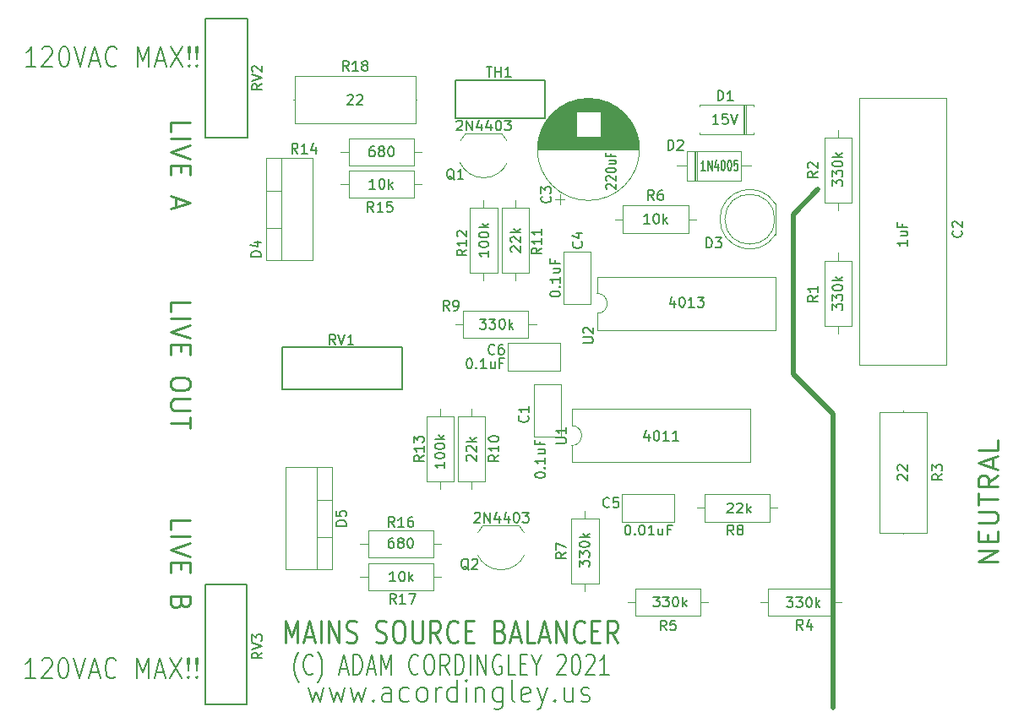
<source format=gto>
%TF.GenerationSoftware,KiCad,Pcbnew,5.1.10-88a1d61d58~90~ubuntu20.04.1*%
%TF.CreationDate,2021-12-10T22:24:31-05:00*%
%TF.ProjectId,Load_Balancer_mk_4,4c6f6164-5f42-4616-9c61-6e6365725f6d,rev?*%
%TF.SameCoordinates,Original*%
%TF.FileFunction,Legend,Top*%
%TF.FilePolarity,Positive*%
%FSLAX46Y46*%
G04 Gerber Fmt 4.6, Leading zero omitted, Abs format (unit mm)*
G04 Created by KiCad (PCBNEW 5.1.10-88a1d61d58~90~ubuntu20.04.1) date 2021-12-10 22:24:31*
%MOMM*%
%LPD*%
G01*
G04 APERTURE LIST*
%ADD10C,0.200000*%
%ADD11C,0.250000*%
%ADD12C,0.500000*%
%ADD13C,0.120000*%
%ADD14C,0.150000*%
G04 APERTURE END LIST*
D10*
X45575000Y-101504761D02*
X44575000Y-101504761D01*
X45075000Y-101504761D02*
X45075000Y-99504761D01*
X44908333Y-99790476D01*
X44741666Y-99980952D01*
X44575000Y-100076190D01*
X46241666Y-99695238D02*
X46325000Y-99600000D01*
X46491666Y-99504761D01*
X46908333Y-99504761D01*
X47075000Y-99600000D01*
X47158333Y-99695238D01*
X47241666Y-99885714D01*
X47241666Y-100076190D01*
X47158333Y-100361904D01*
X46158333Y-101504761D01*
X47241666Y-101504761D01*
X48325000Y-99504761D02*
X48491666Y-99504761D01*
X48658333Y-99600000D01*
X48741666Y-99695238D01*
X48825000Y-99885714D01*
X48908333Y-100266666D01*
X48908333Y-100742857D01*
X48825000Y-101123809D01*
X48741666Y-101314285D01*
X48658333Y-101409523D01*
X48491666Y-101504761D01*
X48325000Y-101504761D01*
X48158333Y-101409523D01*
X48075000Y-101314285D01*
X47991666Y-101123809D01*
X47908333Y-100742857D01*
X47908333Y-100266666D01*
X47991666Y-99885714D01*
X48075000Y-99695238D01*
X48158333Y-99600000D01*
X48325000Y-99504761D01*
X49408333Y-99504761D02*
X49991666Y-101504761D01*
X50575000Y-99504761D01*
X51075000Y-100933333D02*
X51908333Y-100933333D01*
X50908333Y-101504761D02*
X51491666Y-99504761D01*
X52075000Y-101504761D01*
X53658333Y-101314285D02*
X53575000Y-101409523D01*
X53325000Y-101504761D01*
X53158333Y-101504761D01*
X52908333Y-101409523D01*
X52741666Y-101219047D01*
X52658333Y-101028571D01*
X52575000Y-100647619D01*
X52575000Y-100361904D01*
X52658333Y-99980952D01*
X52741666Y-99790476D01*
X52908333Y-99600000D01*
X53158333Y-99504761D01*
X53325000Y-99504761D01*
X53575000Y-99600000D01*
X53658333Y-99695238D01*
X55741666Y-101504761D02*
X55741666Y-99504761D01*
X56325000Y-100933333D01*
X56908333Y-99504761D01*
X56908333Y-101504761D01*
X57658333Y-100933333D02*
X58491666Y-100933333D01*
X57491666Y-101504761D02*
X58075000Y-99504761D01*
X58658333Y-101504761D01*
X59075000Y-99504761D02*
X60241666Y-101504761D01*
X60241666Y-99504761D02*
X59075000Y-101504761D01*
X60908333Y-101314285D02*
X60991666Y-101409523D01*
X60908333Y-101504761D01*
X60825000Y-101409523D01*
X60908333Y-101314285D01*
X60908333Y-101504761D01*
X60908333Y-100742857D02*
X60825000Y-99600000D01*
X60908333Y-99504761D01*
X60991666Y-99600000D01*
X60908333Y-100742857D01*
X60908333Y-99504761D01*
X61741666Y-101314285D02*
X61825000Y-101409523D01*
X61741666Y-101504761D01*
X61658333Y-101409523D01*
X61741666Y-101314285D01*
X61741666Y-101504761D01*
X61741666Y-100742857D02*
X61658333Y-99600000D01*
X61741666Y-99504761D01*
X61825000Y-99600000D01*
X61741666Y-100742857D01*
X61741666Y-99504761D01*
X45625000Y-40204761D02*
X44625000Y-40204761D01*
X45125000Y-40204761D02*
X45125000Y-38204761D01*
X44958333Y-38490476D01*
X44791666Y-38680952D01*
X44625000Y-38776190D01*
X46291666Y-38395238D02*
X46375000Y-38300000D01*
X46541666Y-38204761D01*
X46958333Y-38204761D01*
X47125000Y-38300000D01*
X47208333Y-38395238D01*
X47291666Y-38585714D01*
X47291666Y-38776190D01*
X47208333Y-39061904D01*
X46208333Y-40204761D01*
X47291666Y-40204761D01*
X48375000Y-38204761D02*
X48541666Y-38204761D01*
X48708333Y-38300000D01*
X48791666Y-38395238D01*
X48875000Y-38585714D01*
X48958333Y-38966666D01*
X48958333Y-39442857D01*
X48875000Y-39823809D01*
X48791666Y-40014285D01*
X48708333Y-40109523D01*
X48541666Y-40204761D01*
X48375000Y-40204761D01*
X48208333Y-40109523D01*
X48125000Y-40014285D01*
X48041666Y-39823809D01*
X47958333Y-39442857D01*
X47958333Y-38966666D01*
X48041666Y-38585714D01*
X48125000Y-38395238D01*
X48208333Y-38300000D01*
X48375000Y-38204761D01*
X49458333Y-38204761D02*
X50041666Y-40204761D01*
X50625000Y-38204761D01*
X51125000Y-39633333D02*
X51958333Y-39633333D01*
X50958333Y-40204761D02*
X51541666Y-38204761D01*
X52125000Y-40204761D01*
X53708333Y-40014285D02*
X53625000Y-40109523D01*
X53375000Y-40204761D01*
X53208333Y-40204761D01*
X52958333Y-40109523D01*
X52791666Y-39919047D01*
X52708333Y-39728571D01*
X52625000Y-39347619D01*
X52625000Y-39061904D01*
X52708333Y-38680952D01*
X52791666Y-38490476D01*
X52958333Y-38300000D01*
X53208333Y-38204761D01*
X53375000Y-38204761D01*
X53625000Y-38300000D01*
X53708333Y-38395238D01*
X55791666Y-40204761D02*
X55791666Y-38204761D01*
X56375000Y-39633333D01*
X56958333Y-38204761D01*
X56958333Y-40204761D01*
X57708333Y-39633333D02*
X58541666Y-39633333D01*
X57541666Y-40204761D02*
X58125000Y-38204761D01*
X58708333Y-40204761D01*
X59125000Y-38204761D02*
X60291666Y-40204761D01*
X60291666Y-38204761D02*
X59125000Y-40204761D01*
X60958333Y-40014285D02*
X61041666Y-40109523D01*
X60958333Y-40204761D01*
X60875000Y-40109523D01*
X60958333Y-40014285D01*
X60958333Y-40204761D01*
X60958333Y-39442857D02*
X60875000Y-38300000D01*
X60958333Y-38204761D01*
X61041666Y-38300000D01*
X60958333Y-39442857D01*
X60958333Y-38204761D01*
X61791666Y-40014285D02*
X61875000Y-40109523D01*
X61791666Y-40204761D01*
X61708333Y-40109523D01*
X61791666Y-40014285D01*
X61791666Y-40204761D01*
X61791666Y-39442857D02*
X61708333Y-38300000D01*
X61791666Y-38204761D01*
X61875000Y-38300000D01*
X61791666Y-39442857D01*
X61791666Y-38204761D01*
X72957142Y-102417857D02*
X73338095Y-103917857D01*
X73719047Y-102846428D01*
X74100000Y-103917857D01*
X74480952Y-102417857D01*
X75052380Y-102417857D02*
X75433333Y-103917857D01*
X75814285Y-102846428D01*
X76195238Y-103917857D01*
X76576190Y-102417857D01*
X77147619Y-102417857D02*
X77528571Y-103917857D01*
X77909523Y-102846428D01*
X78290476Y-103917857D01*
X78671428Y-102417857D01*
X79433333Y-103703571D02*
X79528571Y-103810714D01*
X79433333Y-103917857D01*
X79338095Y-103810714D01*
X79433333Y-103703571D01*
X79433333Y-103917857D01*
X81242857Y-103917857D02*
X81242857Y-102739285D01*
X81147619Y-102525000D01*
X80957142Y-102417857D01*
X80576190Y-102417857D01*
X80385714Y-102525000D01*
X81242857Y-103810714D02*
X81052380Y-103917857D01*
X80576190Y-103917857D01*
X80385714Y-103810714D01*
X80290476Y-103596428D01*
X80290476Y-103382142D01*
X80385714Y-103167857D01*
X80576190Y-103060714D01*
X81052380Y-103060714D01*
X81242857Y-102953571D01*
X83052380Y-103810714D02*
X82861904Y-103917857D01*
X82480952Y-103917857D01*
X82290476Y-103810714D01*
X82195238Y-103703571D01*
X82100000Y-103489285D01*
X82100000Y-102846428D01*
X82195238Y-102632142D01*
X82290476Y-102525000D01*
X82480952Y-102417857D01*
X82861904Y-102417857D01*
X83052380Y-102525000D01*
X84195238Y-103917857D02*
X84004761Y-103810714D01*
X83909523Y-103703571D01*
X83814285Y-103489285D01*
X83814285Y-102846428D01*
X83909523Y-102632142D01*
X84004761Y-102525000D01*
X84195238Y-102417857D01*
X84480952Y-102417857D01*
X84671428Y-102525000D01*
X84766666Y-102632142D01*
X84861904Y-102846428D01*
X84861904Y-103489285D01*
X84766666Y-103703571D01*
X84671428Y-103810714D01*
X84480952Y-103917857D01*
X84195238Y-103917857D01*
X85719047Y-103917857D02*
X85719047Y-102417857D01*
X85719047Y-102846428D02*
X85814285Y-102632142D01*
X85909523Y-102525000D01*
X86100000Y-102417857D01*
X86290476Y-102417857D01*
X87814285Y-103917857D02*
X87814285Y-101667857D01*
X87814285Y-103810714D02*
X87623809Y-103917857D01*
X87242857Y-103917857D01*
X87052380Y-103810714D01*
X86957142Y-103703571D01*
X86861904Y-103489285D01*
X86861904Y-102846428D01*
X86957142Y-102632142D01*
X87052380Y-102525000D01*
X87242857Y-102417857D01*
X87623809Y-102417857D01*
X87814285Y-102525000D01*
X88766666Y-103917857D02*
X88766666Y-102417857D01*
X88766666Y-101667857D02*
X88671428Y-101775000D01*
X88766666Y-101882142D01*
X88861904Y-101775000D01*
X88766666Y-101667857D01*
X88766666Y-101882142D01*
X89719047Y-102417857D02*
X89719047Y-103917857D01*
X89719047Y-102632142D02*
X89814285Y-102525000D01*
X90004761Y-102417857D01*
X90290476Y-102417857D01*
X90480952Y-102525000D01*
X90576190Y-102739285D01*
X90576190Y-103917857D01*
X92385714Y-102417857D02*
X92385714Y-104239285D01*
X92290476Y-104453571D01*
X92195238Y-104560714D01*
X92004761Y-104667857D01*
X91719047Y-104667857D01*
X91528571Y-104560714D01*
X92385714Y-103810714D02*
X92195238Y-103917857D01*
X91814285Y-103917857D01*
X91623809Y-103810714D01*
X91528571Y-103703571D01*
X91433333Y-103489285D01*
X91433333Y-102846428D01*
X91528571Y-102632142D01*
X91623809Y-102525000D01*
X91814285Y-102417857D01*
X92195238Y-102417857D01*
X92385714Y-102525000D01*
X93623809Y-103917857D02*
X93433333Y-103810714D01*
X93338095Y-103596428D01*
X93338095Y-101667857D01*
X95147619Y-103810714D02*
X94957142Y-103917857D01*
X94576190Y-103917857D01*
X94385714Y-103810714D01*
X94290476Y-103596428D01*
X94290476Y-102739285D01*
X94385714Y-102525000D01*
X94576190Y-102417857D01*
X94957142Y-102417857D01*
X95147619Y-102525000D01*
X95242857Y-102739285D01*
X95242857Y-102953571D01*
X94290476Y-103167857D01*
X95909523Y-102417857D02*
X96385714Y-103917857D01*
X96861904Y-102417857D02*
X96385714Y-103917857D01*
X96195238Y-104453571D01*
X96100000Y-104560714D01*
X95909523Y-104667857D01*
X97623809Y-103703571D02*
X97719047Y-103810714D01*
X97623809Y-103917857D01*
X97528571Y-103810714D01*
X97623809Y-103703571D01*
X97623809Y-103917857D01*
X99433333Y-102417857D02*
X99433333Y-103917857D01*
X98576190Y-102417857D02*
X98576190Y-103596428D01*
X98671428Y-103810714D01*
X98861904Y-103917857D01*
X99147619Y-103917857D01*
X99338095Y-103810714D01*
X99433333Y-103703571D01*
X100290476Y-103810714D02*
X100480952Y-103917857D01*
X100861904Y-103917857D01*
X101052380Y-103810714D01*
X101147619Y-103596428D01*
X101147619Y-103489285D01*
X101052380Y-103275000D01*
X100861904Y-103167857D01*
X100576190Y-103167857D01*
X100385714Y-103060714D01*
X100290476Y-102846428D01*
X100290476Y-102739285D01*
X100385714Y-102525000D01*
X100576190Y-102417857D01*
X100861904Y-102417857D01*
X101052380Y-102525000D01*
X71964285Y-101916666D02*
X71892857Y-101821428D01*
X71750000Y-101535714D01*
X71678571Y-101345238D01*
X71607142Y-101059523D01*
X71535714Y-100583333D01*
X71535714Y-100202380D01*
X71607142Y-99726190D01*
X71678571Y-99440476D01*
X71750000Y-99250000D01*
X71892857Y-98964285D01*
X71964285Y-98869047D01*
X73392857Y-100964285D02*
X73321428Y-101059523D01*
X73107142Y-101154761D01*
X72964285Y-101154761D01*
X72750000Y-101059523D01*
X72607142Y-100869047D01*
X72535714Y-100678571D01*
X72464285Y-100297619D01*
X72464285Y-100011904D01*
X72535714Y-99630952D01*
X72607142Y-99440476D01*
X72750000Y-99250000D01*
X72964285Y-99154761D01*
X73107142Y-99154761D01*
X73321428Y-99250000D01*
X73392857Y-99345238D01*
X73892857Y-101916666D02*
X73964285Y-101821428D01*
X74107142Y-101535714D01*
X74178571Y-101345238D01*
X74250000Y-101059523D01*
X74321428Y-100583333D01*
X74321428Y-100202380D01*
X74250000Y-99726190D01*
X74178571Y-99440476D01*
X74107142Y-99250000D01*
X73964285Y-98964285D01*
X73892857Y-98869047D01*
X76107142Y-100583333D02*
X76821428Y-100583333D01*
X75964285Y-101154761D02*
X76464285Y-99154761D01*
X76964285Y-101154761D01*
X77464285Y-101154761D02*
X77464285Y-99154761D01*
X77821428Y-99154761D01*
X78035714Y-99250000D01*
X78178571Y-99440476D01*
X78250000Y-99630952D01*
X78321428Y-100011904D01*
X78321428Y-100297619D01*
X78250000Y-100678571D01*
X78178571Y-100869047D01*
X78035714Y-101059523D01*
X77821428Y-101154761D01*
X77464285Y-101154761D01*
X78892857Y-100583333D02*
X79607142Y-100583333D01*
X78750000Y-101154761D02*
X79250000Y-99154761D01*
X79750000Y-101154761D01*
X80250000Y-101154761D02*
X80250000Y-99154761D01*
X80750000Y-100583333D01*
X81250000Y-99154761D01*
X81250000Y-101154761D01*
X83964285Y-100964285D02*
X83892857Y-101059523D01*
X83678571Y-101154761D01*
X83535714Y-101154761D01*
X83321428Y-101059523D01*
X83178571Y-100869047D01*
X83107142Y-100678571D01*
X83035714Y-100297619D01*
X83035714Y-100011904D01*
X83107142Y-99630952D01*
X83178571Y-99440476D01*
X83321428Y-99250000D01*
X83535714Y-99154761D01*
X83678571Y-99154761D01*
X83892857Y-99250000D01*
X83964285Y-99345238D01*
X84892857Y-99154761D02*
X85178571Y-99154761D01*
X85321428Y-99250000D01*
X85464285Y-99440476D01*
X85535714Y-99821428D01*
X85535714Y-100488095D01*
X85464285Y-100869047D01*
X85321428Y-101059523D01*
X85178571Y-101154761D01*
X84892857Y-101154761D01*
X84750000Y-101059523D01*
X84607142Y-100869047D01*
X84535714Y-100488095D01*
X84535714Y-99821428D01*
X84607142Y-99440476D01*
X84750000Y-99250000D01*
X84892857Y-99154761D01*
X87035714Y-101154761D02*
X86535714Y-100202380D01*
X86178571Y-101154761D02*
X86178571Y-99154761D01*
X86750000Y-99154761D01*
X86892857Y-99250000D01*
X86964285Y-99345238D01*
X87035714Y-99535714D01*
X87035714Y-99821428D01*
X86964285Y-100011904D01*
X86892857Y-100107142D01*
X86750000Y-100202380D01*
X86178571Y-100202380D01*
X87678571Y-101154761D02*
X87678571Y-99154761D01*
X88035714Y-99154761D01*
X88250000Y-99250000D01*
X88392857Y-99440476D01*
X88464285Y-99630952D01*
X88535714Y-100011904D01*
X88535714Y-100297619D01*
X88464285Y-100678571D01*
X88392857Y-100869047D01*
X88250000Y-101059523D01*
X88035714Y-101154761D01*
X87678571Y-101154761D01*
X89178571Y-101154761D02*
X89178571Y-99154761D01*
X89892857Y-101154761D02*
X89892857Y-99154761D01*
X90750000Y-101154761D01*
X90750000Y-99154761D01*
X92250000Y-99250000D02*
X92107142Y-99154761D01*
X91892857Y-99154761D01*
X91678571Y-99250000D01*
X91535714Y-99440476D01*
X91464285Y-99630952D01*
X91392857Y-100011904D01*
X91392857Y-100297619D01*
X91464285Y-100678571D01*
X91535714Y-100869047D01*
X91678571Y-101059523D01*
X91892857Y-101154761D01*
X92035714Y-101154761D01*
X92250000Y-101059523D01*
X92321428Y-100964285D01*
X92321428Y-100297619D01*
X92035714Y-100297619D01*
X93678571Y-101154761D02*
X92964285Y-101154761D01*
X92964285Y-99154761D01*
X94178571Y-100107142D02*
X94678571Y-100107142D01*
X94892857Y-101154761D02*
X94178571Y-101154761D01*
X94178571Y-99154761D01*
X94892857Y-99154761D01*
X95821428Y-100202380D02*
X95821428Y-101154761D01*
X95321428Y-99154761D02*
X95821428Y-100202380D01*
X96321428Y-99154761D01*
X97892857Y-99345238D02*
X97964285Y-99250000D01*
X98107142Y-99154761D01*
X98464285Y-99154761D01*
X98607142Y-99250000D01*
X98678571Y-99345238D01*
X98750000Y-99535714D01*
X98750000Y-99726190D01*
X98678571Y-100011904D01*
X97821428Y-101154761D01*
X98750000Y-101154761D01*
X99678571Y-99154761D02*
X99821428Y-99154761D01*
X99964285Y-99250000D01*
X100035714Y-99345238D01*
X100107142Y-99535714D01*
X100178571Y-99916666D01*
X100178571Y-100392857D01*
X100107142Y-100773809D01*
X100035714Y-100964285D01*
X99964285Y-101059523D01*
X99821428Y-101154761D01*
X99678571Y-101154761D01*
X99535714Y-101059523D01*
X99464285Y-100964285D01*
X99392857Y-100773809D01*
X99321428Y-100392857D01*
X99321428Y-99916666D01*
X99392857Y-99535714D01*
X99464285Y-99345238D01*
X99535714Y-99250000D01*
X99678571Y-99154761D01*
X100750000Y-99345238D02*
X100821428Y-99250000D01*
X100964285Y-99154761D01*
X101321428Y-99154761D01*
X101464285Y-99250000D01*
X101535714Y-99345238D01*
X101607142Y-99535714D01*
X101607142Y-99726190D01*
X101535714Y-100011904D01*
X100678571Y-101154761D01*
X101607142Y-101154761D01*
X103035714Y-101154761D02*
X102178571Y-101154761D01*
X102607142Y-101154761D02*
X102607142Y-99154761D01*
X102464285Y-99440476D01*
X102321428Y-99630952D01*
X102178571Y-99726190D01*
D11*
X70666666Y-97967857D02*
X70666666Y-95717857D01*
X71250000Y-97325000D01*
X71833333Y-95717857D01*
X71833333Y-97967857D01*
X72583333Y-97325000D02*
X73416666Y-97325000D01*
X72416666Y-97967857D02*
X73000000Y-95717857D01*
X73583333Y-97967857D01*
X74166666Y-97967857D02*
X74166666Y-95717857D01*
X75000000Y-97967857D02*
X75000000Y-95717857D01*
X76000000Y-97967857D01*
X76000000Y-95717857D01*
X76750000Y-97860714D02*
X77000000Y-97967857D01*
X77416666Y-97967857D01*
X77583333Y-97860714D01*
X77666666Y-97753571D01*
X77750000Y-97539285D01*
X77750000Y-97325000D01*
X77666666Y-97110714D01*
X77583333Y-97003571D01*
X77416666Y-96896428D01*
X77083333Y-96789285D01*
X76916666Y-96682142D01*
X76833333Y-96575000D01*
X76750000Y-96360714D01*
X76750000Y-96146428D01*
X76833333Y-95932142D01*
X76916666Y-95825000D01*
X77083333Y-95717857D01*
X77500000Y-95717857D01*
X77750000Y-95825000D01*
X79750000Y-97860714D02*
X80000000Y-97967857D01*
X80416666Y-97967857D01*
X80583333Y-97860714D01*
X80666666Y-97753571D01*
X80750000Y-97539285D01*
X80750000Y-97325000D01*
X80666666Y-97110714D01*
X80583333Y-97003571D01*
X80416666Y-96896428D01*
X80083333Y-96789285D01*
X79916666Y-96682142D01*
X79833333Y-96575000D01*
X79750000Y-96360714D01*
X79750000Y-96146428D01*
X79833333Y-95932142D01*
X79916666Y-95825000D01*
X80083333Y-95717857D01*
X80500000Y-95717857D01*
X80750000Y-95825000D01*
X81833333Y-95717857D02*
X82166666Y-95717857D01*
X82333333Y-95825000D01*
X82500000Y-96039285D01*
X82583333Y-96467857D01*
X82583333Y-97217857D01*
X82500000Y-97646428D01*
X82333333Y-97860714D01*
X82166666Y-97967857D01*
X81833333Y-97967857D01*
X81666666Y-97860714D01*
X81500000Y-97646428D01*
X81416666Y-97217857D01*
X81416666Y-96467857D01*
X81500000Y-96039285D01*
X81666666Y-95825000D01*
X81833333Y-95717857D01*
X83333333Y-95717857D02*
X83333333Y-97539285D01*
X83416666Y-97753571D01*
X83500000Y-97860714D01*
X83666666Y-97967857D01*
X84000000Y-97967857D01*
X84166666Y-97860714D01*
X84250000Y-97753571D01*
X84333333Y-97539285D01*
X84333333Y-95717857D01*
X86166666Y-97967857D02*
X85583333Y-96896428D01*
X85166666Y-97967857D02*
X85166666Y-95717857D01*
X85833333Y-95717857D01*
X86000000Y-95825000D01*
X86083333Y-95932142D01*
X86166666Y-96146428D01*
X86166666Y-96467857D01*
X86083333Y-96682142D01*
X86000000Y-96789285D01*
X85833333Y-96896428D01*
X85166666Y-96896428D01*
X87916666Y-97753571D02*
X87833333Y-97860714D01*
X87583333Y-97967857D01*
X87416666Y-97967857D01*
X87166666Y-97860714D01*
X87000000Y-97646428D01*
X86916666Y-97432142D01*
X86833333Y-97003571D01*
X86833333Y-96682142D01*
X86916666Y-96253571D01*
X87000000Y-96039285D01*
X87166666Y-95825000D01*
X87416666Y-95717857D01*
X87583333Y-95717857D01*
X87833333Y-95825000D01*
X87916666Y-95932142D01*
X88666666Y-96789285D02*
X89250000Y-96789285D01*
X89500000Y-97967857D02*
X88666666Y-97967857D01*
X88666666Y-95717857D01*
X89500000Y-95717857D01*
X92166666Y-96789285D02*
X92416666Y-96896428D01*
X92500000Y-97003571D01*
X92583333Y-97217857D01*
X92583333Y-97539285D01*
X92500000Y-97753571D01*
X92416666Y-97860714D01*
X92250000Y-97967857D01*
X91583333Y-97967857D01*
X91583333Y-95717857D01*
X92166666Y-95717857D01*
X92333333Y-95825000D01*
X92416666Y-95932142D01*
X92500000Y-96146428D01*
X92500000Y-96360714D01*
X92416666Y-96575000D01*
X92333333Y-96682142D01*
X92166666Y-96789285D01*
X91583333Y-96789285D01*
X93250000Y-97325000D02*
X94083333Y-97325000D01*
X93083333Y-97967857D02*
X93666666Y-95717857D01*
X94250000Y-97967857D01*
X95666666Y-97967857D02*
X94833333Y-97967857D01*
X94833333Y-95717857D01*
X96166666Y-97325000D02*
X97000000Y-97325000D01*
X96000000Y-97967857D02*
X96583333Y-95717857D01*
X97166666Y-97967857D01*
X97750000Y-97967857D02*
X97750000Y-95717857D01*
X98750000Y-97967857D01*
X98750000Y-95717857D01*
X100583333Y-97753571D02*
X100500000Y-97860714D01*
X100250000Y-97967857D01*
X100083333Y-97967857D01*
X99833333Y-97860714D01*
X99666666Y-97646428D01*
X99583333Y-97432142D01*
X99500000Y-97003571D01*
X99500000Y-96682142D01*
X99583333Y-96253571D01*
X99666666Y-96039285D01*
X99833333Y-95825000D01*
X100083333Y-95717857D01*
X100250000Y-95717857D01*
X100500000Y-95825000D01*
X100583333Y-95932142D01*
X101333333Y-96789285D02*
X101916666Y-96789285D01*
X102166666Y-97967857D02*
X101333333Y-97967857D01*
X101333333Y-95717857D01*
X102166666Y-95717857D01*
X103916666Y-97967857D02*
X103333333Y-96896428D01*
X102916666Y-97967857D02*
X102916666Y-95717857D01*
X103583333Y-95717857D01*
X103750000Y-95825000D01*
X103833333Y-95932142D01*
X103916666Y-96146428D01*
X103916666Y-96467857D01*
X103833333Y-96682142D01*
X103750000Y-96789285D01*
X103583333Y-96896428D01*
X102916666Y-96896428D01*
X142054761Y-89852380D02*
X140054761Y-89852380D01*
X142054761Y-88709523D01*
X140054761Y-88709523D01*
X141007142Y-87757142D02*
X141007142Y-87090476D01*
X142054761Y-86804761D02*
X142054761Y-87757142D01*
X140054761Y-87757142D01*
X140054761Y-86804761D01*
X140054761Y-85947619D02*
X141673809Y-85947619D01*
X141864285Y-85852380D01*
X141959523Y-85757142D01*
X142054761Y-85566666D01*
X142054761Y-85185714D01*
X141959523Y-84995238D01*
X141864285Y-84900000D01*
X141673809Y-84804761D01*
X140054761Y-84804761D01*
X140054761Y-84138095D02*
X140054761Y-82995238D01*
X142054761Y-83566666D02*
X140054761Y-83566666D01*
X142054761Y-81185714D02*
X141102380Y-81852380D01*
X142054761Y-82328571D02*
X140054761Y-82328571D01*
X140054761Y-81566666D01*
X140150000Y-81376190D01*
X140245238Y-81280952D01*
X140435714Y-81185714D01*
X140721428Y-81185714D01*
X140911904Y-81280952D01*
X141007142Y-81376190D01*
X141102380Y-81566666D01*
X141102380Y-82328571D01*
X141483333Y-80423809D02*
X141483333Y-79471428D01*
X142054761Y-80614285D02*
X140054761Y-79947619D01*
X142054761Y-79280952D01*
X142054761Y-77661904D02*
X142054761Y-78614285D01*
X140054761Y-78614285D01*
D12*
X121500000Y-55000000D02*
X124000000Y-52500000D01*
X121500000Y-71000000D02*
X121500000Y-55000000D01*
X125500000Y-75000000D02*
X121500000Y-71000000D01*
X125500000Y-104500000D02*
X125500000Y-75000000D01*
D11*
X59095238Y-64761904D02*
X59095238Y-63809523D01*
X61095238Y-63809523D01*
X59095238Y-65428571D02*
X61095238Y-65428571D01*
X61095238Y-66095238D02*
X59095238Y-66761904D01*
X61095238Y-67428571D01*
X60142857Y-68095238D02*
X60142857Y-68761904D01*
X59095238Y-69047619D02*
X59095238Y-68095238D01*
X61095238Y-68095238D01*
X61095238Y-69047619D01*
X61095238Y-71809523D02*
X61095238Y-72190476D01*
X61000000Y-72380952D01*
X60809523Y-72571428D01*
X60428571Y-72666666D01*
X59761904Y-72666666D01*
X59380952Y-72571428D01*
X59190476Y-72380952D01*
X59095238Y-72190476D01*
X59095238Y-71809523D01*
X59190476Y-71619047D01*
X59380952Y-71428571D01*
X59761904Y-71333333D01*
X60428571Y-71333333D01*
X60809523Y-71428571D01*
X61000000Y-71619047D01*
X61095238Y-71809523D01*
X61095238Y-73523809D02*
X59476190Y-73523809D01*
X59285714Y-73619047D01*
X59190476Y-73714285D01*
X59095238Y-73904761D01*
X59095238Y-74285714D01*
X59190476Y-74476190D01*
X59285714Y-74571428D01*
X59476190Y-74666666D01*
X61095238Y-74666666D01*
X61095238Y-75333333D02*
X61095238Y-76476190D01*
X59095238Y-75904761D02*
X61095238Y-75904761D01*
X59095238Y-86619047D02*
X59095238Y-85666666D01*
X61095238Y-85666666D01*
X59095238Y-87285714D02*
X61095238Y-87285714D01*
X61095238Y-87952380D02*
X59095238Y-88619047D01*
X61095238Y-89285714D01*
X60142857Y-89952380D02*
X60142857Y-90619047D01*
X59095238Y-90904761D02*
X59095238Y-89952380D01*
X61095238Y-89952380D01*
X61095238Y-90904761D01*
X60142857Y-93952380D02*
X60047619Y-94238095D01*
X59952380Y-94333333D01*
X59761904Y-94428571D01*
X59476190Y-94428571D01*
X59285714Y-94333333D01*
X59190476Y-94238095D01*
X59095238Y-94047619D01*
X59095238Y-93285714D01*
X61095238Y-93285714D01*
X61095238Y-93952380D01*
X61000000Y-94142857D01*
X60904761Y-94238095D01*
X60714285Y-94333333D01*
X60523809Y-94333333D01*
X60333333Y-94238095D01*
X60238095Y-94142857D01*
X60142857Y-93952380D01*
X60142857Y-93285714D01*
X59095238Y-46761904D02*
X59095238Y-45809523D01*
X61095238Y-45809523D01*
X59095238Y-47428571D02*
X61095238Y-47428571D01*
X61095238Y-48095238D02*
X59095238Y-48761904D01*
X61095238Y-49428571D01*
X60142857Y-50095238D02*
X60142857Y-50761904D01*
X59095238Y-51047619D02*
X59095238Y-50095238D01*
X61095238Y-50095238D01*
X61095238Y-51047619D01*
X59666666Y-53333333D02*
X59666666Y-54285714D01*
X59095238Y-53142857D02*
X61095238Y-53809523D01*
X59095238Y-54476190D01*
D13*
%TO.C,U1*%
X99320000Y-78190000D02*
X99320000Y-79840000D01*
X99320000Y-79840000D02*
X117220000Y-79840000D01*
X117220000Y-79840000D02*
X117220000Y-74540000D01*
X117220000Y-74540000D02*
X99320000Y-74540000D01*
X99320000Y-74540000D02*
X99320000Y-76190000D01*
X99320000Y-76190000D02*
G75*
G02*
X99320000Y-78190000I0J-1000000D01*
G01*
D14*
%TO.C,TH1*%
X87650000Y-45350000D02*
X96650000Y-45350000D01*
X87650000Y-41550000D02*
X96650000Y-41550000D01*
X96650000Y-41550000D02*
X96650000Y-45350000D01*
X87650000Y-41550000D02*
X87650000Y-45350000D01*
D13*
%TO.C,R18*%
X71550000Y-41180000D02*
X71550000Y-45920000D01*
X71550000Y-45920000D02*
X83690000Y-45920000D01*
X83690000Y-45920000D02*
X83690000Y-41180000D01*
X83690000Y-41180000D02*
X71550000Y-41180000D01*
X71440000Y-43550000D02*
X71550000Y-43550000D01*
X83800000Y-43550000D02*
X83690000Y-43550000D01*
%TO.C,D5*%
X75270000Y-87351000D02*
X73760000Y-87351000D01*
X75270000Y-83650000D02*
X73760000Y-83650000D01*
X73760000Y-80380000D02*
X73760000Y-90620000D01*
X75270000Y-90620000D02*
X70629000Y-90620000D01*
X75270000Y-80380000D02*
X70629000Y-80380000D01*
X70629000Y-80380000D02*
X70629000Y-90620000D01*
X75270000Y-80380000D02*
X75270000Y-90620000D01*
%TO.C,D4*%
X68730000Y-52649000D02*
X70240000Y-52649000D01*
X68730000Y-56350000D02*
X70240000Y-56350000D01*
X70240000Y-59620000D02*
X70240000Y-49380000D01*
X68730000Y-49380000D02*
X73371000Y-49380000D01*
X68730000Y-59620000D02*
X73371000Y-59620000D01*
X73371000Y-59620000D02*
X73371000Y-49380000D01*
X68730000Y-59620000D02*
X68730000Y-49380000D01*
%TO.C,Q2*%
X94040000Y-86200000D02*
X90440000Y-86200000D01*
X89915816Y-86927205D02*
G75*
G02*
X90440000Y-86200000I2324184J-1122795D01*
G01*
X89883600Y-89148807D02*
G75*
G03*
X92240000Y-90650000I2356400J1098807D01*
G01*
X94596400Y-89148807D02*
G75*
G02*
X92240000Y-90650000I-2356400J1098807D01*
G01*
X94564184Y-86927205D02*
G75*
G03*
X94040000Y-86200000I-2324184J-1122795D01*
G01*
%TO.C,Q1*%
X92300000Y-46900000D02*
X88700000Y-46900000D01*
X88175816Y-47627205D02*
G75*
G02*
X88700000Y-46900000I2324184J-1122795D01*
G01*
X88143600Y-49848807D02*
G75*
G03*
X90500000Y-51350000I2356400J1098807D01*
G01*
X92856400Y-49848807D02*
G75*
G02*
X90500000Y-51350000I-2356400J1098807D01*
G01*
X92824184Y-47627205D02*
G75*
G03*
X92300000Y-46900000I-2324184J-1122795D01*
G01*
%TO.C,U2*%
X101870000Y-61290000D02*
X101870000Y-62940000D01*
X119770000Y-61290000D02*
X101870000Y-61290000D01*
X119770000Y-66590000D02*
X119770000Y-61290000D01*
X101870000Y-66590000D02*
X119770000Y-66590000D01*
X101870000Y-64940000D02*
X101870000Y-66590000D01*
X101870000Y-62940000D02*
G75*
G02*
X101870000Y-64940000I0J-1000000D01*
G01*
D14*
%TO.C,RV3*%
X66783330Y-92150000D02*
X62583330Y-92150000D01*
X66783330Y-104150000D02*
X62583330Y-104150000D01*
X66783330Y-92150000D02*
X66783330Y-104150000D01*
X62583330Y-92150000D02*
X62583330Y-104150000D01*
%TO.C,RV2*%
X62616670Y-47350000D02*
X66816670Y-47350000D01*
X62616670Y-35350000D02*
X66816670Y-35350000D01*
X62616670Y-47350000D02*
X62616670Y-35350000D01*
X66816670Y-47350000D02*
X66816670Y-35350000D01*
%TO.C,RV1*%
X70300000Y-68316670D02*
X70300000Y-72516670D01*
X82300000Y-68316670D02*
X82300000Y-72516670D01*
X70300000Y-68316670D02*
X82300000Y-68316670D01*
X70300000Y-72516670D02*
X82300000Y-72516670D01*
D13*
%TO.C,R17*%
X86220000Y-91350000D02*
X85450000Y-91350000D01*
X78140000Y-91350000D02*
X78910000Y-91350000D01*
X85450000Y-89980000D02*
X78910000Y-89980000D01*
X85450000Y-92720000D02*
X85450000Y-89980000D01*
X78910000Y-92720000D02*
X85450000Y-92720000D01*
X78910000Y-89980000D02*
X78910000Y-92720000D01*
%TO.C,R16*%
X78140000Y-88050000D02*
X78910000Y-88050000D01*
X86220000Y-88050000D02*
X85450000Y-88050000D01*
X78910000Y-89420000D02*
X85450000Y-89420000D01*
X78910000Y-86680000D02*
X78910000Y-89420000D01*
X85450000Y-86680000D02*
X78910000Y-86680000D01*
X85450000Y-89420000D02*
X85450000Y-86680000D01*
%TO.C,R15*%
X84270000Y-52000000D02*
X83500000Y-52000000D01*
X76190000Y-52000000D02*
X76960000Y-52000000D01*
X83500000Y-50630000D02*
X76960000Y-50630000D01*
X83500000Y-53370000D02*
X83500000Y-50630000D01*
X76960000Y-53370000D02*
X83500000Y-53370000D01*
X76960000Y-50630000D02*
X76960000Y-53370000D01*
%TO.C,R14*%
X76190000Y-48750000D02*
X76960000Y-48750000D01*
X84270000Y-48750000D02*
X83500000Y-48750000D01*
X76960000Y-50120000D02*
X83500000Y-50120000D01*
X76960000Y-47380000D02*
X76960000Y-50120000D01*
X83500000Y-47380000D02*
X76960000Y-47380000D01*
X83500000Y-50120000D02*
X83500000Y-47380000D01*
%TO.C,R13*%
X86150000Y-82570000D02*
X86150000Y-81800000D01*
X86150000Y-74490000D02*
X86150000Y-75260000D01*
X87520000Y-81800000D02*
X87520000Y-75260000D01*
X84780000Y-81800000D02*
X87520000Y-81800000D01*
X84780000Y-75260000D02*
X84780000Y-81800000D01*
X87520000Y-75260000D02*
X84780000Y-75260000D01*
%TO.C,R12*%
X90500000Y-53590000D02*
X90500000Y-54360000D01*
X90500000Y-61670000D02*
X90500000Y-60900000D01*
X89130000Y-54360000D02*
X89130000Y-60900000D01*
X91870000Y-54360000D02*
X89130000Y-54360000D01*
X91870000Y-60900000D02*
X91870000Y-54360000D01*
X89130000Y-60900000D02*
X91870000Y-60900000D01*
%TO.C,R11*%
X93700000Y-53590000D02*
X93700000Y-54360000D01*
X93700000Y-61670000D02*
X93700000Y-60900000D01*
X92330000Y-54360000D02*
X92330000Y-60900000D01*
X95070000Y-54360000D02*
X92330000Y-54360000D01*
X95070000Y-60900000D02*
X95070000Y-54360000D01*
X92330000Y-60900000D02*
X95070000Y-60900000D01*
%TO.C,R10*%
X89300000Y-82560000D02*
X89300000Y-81790000D01*
X89300000Y-74480000D02*
X89300000Y-75250000D01*
X90670000Y-81790000D02*
X90670000Y-75250000D01*
X87930000Y-81790000D02*
X90670000Y-81790000D01*
X87930000Y-75250000D02*
X87930000Y-81790000D01*
X90670000Y-75250000D02*
X87930000Y-75250000D01*
%TO.C,R9*%
X87680000Y-66050000D02*
X88450000Y-66050000D01*
X95760000Y-66050000D02*
X94990000Y-66050000D01*
X88450000Y-67420000D02*
X94990000Y-67420000D01*
X88450000Y-64680000D02*
X88450000Y-67420000D01*
X94990000Y-64680000D02*
X88450000Y-64680000D01*
X94990000Y-67420000D02*
X94990000Y-64680000D01*
%TO.C,R8*%
X119920000Y-84450000D02*
X119150000Y-84450000D01*
X111840000Y-84450000D02*
X112610000Y-84450000D01*
X119150000Y-83080000D02*
X112610000Y-83080000D01*
X119150000Y-85820000D02*
X119150000Y-83080000D01*
X112610000Y-85820000D02*
X119150000Y-85820000D01*
X112610000Y-83080000D02*
X112610000Y-85820000D01*
%TO.C,R7*%
X100650000Y-84730000D02*
X100650000Y-85500000D01*
X100650000Y-92810000D02*
X100650000Y-92040000D01*
X99280000Y-85500000D02*
X99280000Y-92040000D01*
X102020000Y-85500000D02*
X99280000Y-85500000D01*
X102020000Y-92040000D02*
X102020000Y-85500000D01*
X99280000Y-92040000D02*
X102020000Y-92040000D01*
%TO.C,R6*%
X111770000Y-55500000D02*
X111000000Y-55500000D01*
X103690000Y-55500000D02*
X104460000Y-55500000D01*
X111000000Y-54130000D02*
X104460000Y-54130000D01*
X111000000Y-56870000D02*
X111000000Y-54130000D01*
X104460000Y-56870000D02*
X111000000Y-56870000D01*
X104460000Y-54130000D02*
X104460000Y-56870000D01*
%TO.C,R5*%
X104930000Y-93900000D02*
X105700000Y-93900000D01*
X113010000Y-93900000D02*
X112240000Y-93900000D01*
X105700000Y-95270000D02*
X112240000Y-95270000D01*
X105700000Y-92530000D02*
X105700000Y-95270000D01*
X112240000Y-92530000D02*
X105700000Y-92530000D01*
X112240000Y-95270000D02*
X112240000Y-92530000D01*
%TO.C,R4*%
X118240000Y-93900000D02*
X119010000Y-93900000D01*
X126320000Y-93900000D02*
X125550000Y-93900000D01*
X119010000Y-95270000D02*
X125550000Y-95270000D01*
X119010000Y-92530000D02*
X119010000Y-95270000D01*
X125550000Y-92530000D02*
X119010000Y-92530000D01*
X125550000Y-95270000D02*
X125550000Y-92530000D01*
%TO.C,R3*%
X132500000Y-74700000D02*
X132500000Y-74810000D01*
X132500000Y-87060000D02*
X132500000Y-86950000D01*
X130130000Y-74810000D02*
X130130000Y-86950000D01*
X134870000Y-74810000D02*
X130130000Y-74810000D01*
X134870000Y-86950000D02*
X134870000Y-74810000D01*
X130130000Y-86950000D02*
X134870000Y-86950000D01*
%TO.C,R2*%
X126000000Y-54620000D02*
X126000000Y-53850000D01*
X126000000Y-46540000D02*
X126000000Y-47310000D01*
X127370000Y-53850000D02*
X127370000Y-47310000D01*
X124630000Y-53850000D02*
X127370000Y-53850000D01*
X124630000Y-47310000D02*
X124630000Y-53850000D01*
X127370000Y-47310000D02*
X124630000Y-47310000D01*
%TO.C,R1*%
X126000000Y-66960000D02*
X126000000Y-66190000D01*
X126000000Y-58880000D02*
X126000000Y-59650000D01*
X127370000Y-66190000D02*
X127370000Y-59650000D01*
X124630000Y-66190000D02*
X127370000Y-66190000D01*
X124630000Y-59650000D02*
X124630000Y-66190000D01*
X127370000Y-59650000D02*
X124630000Y-59650000D01*
%TO.C,D3*%
X119730000Y-57045000D02*
X119730000Y-53955000D01*
X119670000Y-55500000D02*
G75*
G03*
X119670000Y-55500000I-2500000J0D01*
G01*
X114180000Y-55500462D02*
G75*
G02*
X119730000Y-53955170I2990000J462D01*
G01*
X114180000Y-55499538D02*
G75*
G03*
X119730000Y-57044830I2990000J-462D01*
G01*
%TO.C,D2*%
X111630000Y-48680000D02*
X111630000Y-51620000D01*
X111870000Y-48680000D02*
X111870000Y-51620000D01*
X111750000Y-48680000D02*
X111750000Y-51620000D01*
X117310000Y-50150000D02*
X116290000Y-50150000D01*
X109830000Y-50150000D02*
X110850000Y-50150000D01*
X116290000Y-48680000D02*
X110850000Y-48680000D01*
X116290000Y-51620000D02*
X116290000Y-48680000D01*
X110850000Y-51620000D02*
X116290000Y-51620000D01*
X110850000Y-48680000D02*
X110850000Y-51620000D01*
%TO.C,D1*%
X116780000Y-46970000D02*
X116780000Y-44030000D01*
X116540000Y-46970000D02*
X116540000Y-44030000D01*
X116660000Y-46970000D02*
X116660000Y-44030000D01*
X112120000Y-44030000D02*
X112120000Y-44160000D01*
X117560000Y-44030000D02*
X112120000Y-44030000D01*
X117560000Y-44160000D02*
X117560000Y-44030000D01*
X112120000Y-46970000D02*
X112120000Y-46840000D01*
X117560000Y-46970000D02*
X112120000Y-46970000D01*
X117560000Y-46840000D02*
X117560000Y-46970000D01*
%TO.C,C6*%
X92930000Y-70670000D02*
X92930000Y-67930000D01*
X98170000Y-70670000D02*
X98170000Y-67930000D01*
X98170000Y-67930000D02*
X92930000Y-67930000D01*
X98170000Y-70670000D02*
X92930000Y-70670000D01*
%TO.C,C5*%
X109620000Y-83080000D02*
X109620000Y-85820000D01*
X104380000Y-83080000D02*
X104380000Y-85820000D01*
X104380000Y-85820000D02*
X109620000Y-85820000D01*
X104380000Y-83080000D02*
X109620000Y-83080000D01*
%TO.C,C4*%
X101220000Y-63970000D02*
X98480000Y-63970000D01*
X101220000Y-58730000D02*
X98480000Y-58730000D01*
X98480000Y-58730000D02*
X98480000Y-63970000D01*
X101220000Y-58730000D02*
X101220000Y-63970000D01*
%TO.C,C3*%
X97625000Y-53479646D02*
X98625000Y-53479646D01*
X98125000Y-53979646D02*
X98125000Y-52979646D01*
X100401000Y-43419000D02*
X101599000Y-43419000D01*
X100138000Y-43459000D02*
X101862000Y-43459000D01*
X99938000Y-43499000D02*
X102062000Y-43499000D01*
X99770000Y-43539000D02*
X102230000Y-43539000D01*
X99622000Y-43579000D02*
X102378000Y-43579000D01*
X99490000Y-43619000D02*
X102510000Y-43619000D01*
X99370000Y-43659000D02*
X102630000Y-43659000D01*
X99258000Y-43699000D02*
X102742000Y-43699000D01*
X99154000Y-43739000D02*
X102846000Y-43739000D01*
X99056000Y-43779000D02*
X102944000Y-43779000D01*
X98963000Y-43819000D02*
X103037000Y-43819000D01*
X98875000Y-43859000D02*
X103125000Y-43859000D01*
X98791000Y-43899000D02*
X103209000Y-43899000D01*
X98711000Y-43939000D02*
X103289000Y-43939000D01*
X98635000Y-43979000D02*
X103365000Y-43979000D01*
X98561000Y-44019000D02*
X103439000Y-44019000D01*
X98490000Y-44059000D02*
X103510000Y-44059000D01*
X98421000Y-44099000D02*
X103579000Y-44099000D01*
X98355000Y-44139000D02*
X103645000Y-44139000D01*
X98291000Y-44179000D02*
X103709000Y-44179000D01*
X98230000Y-44219000D02*
X103770000Y-44219000D01*
X98170000Y-44259000D02*
X103830000Y-44259000D01*
X98111000Y-44299000D02*
X103889000Y-44299000D01*
X98055000Y-44339000D02*
X103945000Y-44339000D01*
X98000000Y-44379000D02*
X104000000Y-44379000D01*
X97946000Y-44419000D02*
X104054000Y-44419000D01*
X97894000Y-44459000D02*
X104106000Y-44459000D01*
X97844000Y-44499000D02*
X104156000Y-44499000D01*
X97794000Y-44539000D02*
X104206000Y-44539000D01*
X97746000Y-44579000D02*
X104254000Y-44579000D01*
X97699000Y-44619000D02*
X104301000Y-44619000D01*
X97653000Y-44659000D02*
X104347000Y-44659000D01*
X97608000Y-44699000D02*
X104392000Y-44699000D01*
X97564000Y-44739000D02*
X104436000Y-44739000D01*
X102241000Y-44779000D02*
X104478000Y-44779000D01*
X97522000Y-44779000D02*
X99759000Y-44779000D01*
X102241000Y-44819000D02*
X104520000Y-44819000D01*
X97480000Y-44819000D02*
X99759000Y-44819000D01*
X102241000Y-44859000D02*
X104561000Y-44859000D01*
X97439000Y-44859000D02*
X99759000Y-44859000D01*
X102241000Y-44899000D02*
X104601000Y-44899000D01*
X97399000Y-44899000D02*
X99759000Y-44899000D01*
X102241000Y-44939000D02*
X104640000Y-44939000D01*
X97360000Y-44939000D02*
X99759000Y-44939000D01*
X102241000Y-44979000D02*
X104679000Y-44979000D01*
X97321000Y-44979000D02*
X99759000Y-44979000D01*
X102241000Y-45019000D02*
X104716000Y-45019000D01*
X97284000Y-45019000D02*
X99759000Y-45019000D01*
X102241000Y-45059000D02*
X104753000Y-45059000D01*
X97247000Y-45059000D02*
X99759000Y-45059000D01*
X102241000Y-45099000D02*
X104789000Y-45099000D01*
X97211000Y-45099000D02*
X99759000Y-45099000D01*
X102241000Y-45139000D02*
X104824000Y-45139000D01*
X97176000Y-45139000D02*
X99759000Y-45139000D01*
X102241000Y-45179000D02*
X104858000Y-45179000D01*
X97142000Y-45179000D02*
X99759000Y-45179000D01*
X102241000Y-45219000D02*
X104892000Y-45219000D01*
X97108000Y-45219000D02*
X99759000Y-45219000D01*
X102241000Y-45259000D02*
X104925000Y-45259000D01*
X97075000Y-45259000D02*
X99759000Y-45259000D01*
X102241000Y-45299000D02*
X104957000Y-45299000D01*
X97043000Y-45299000D02*
X99759000Y-45299000D01*
X102241000Y-45339000D02*
X104989000Y-45339000D01*
X97011000Y-45339000D02*
X99759000Y-45339000D01*
X102241000Y-45379000D02*
X105020000Y-45379000D01*
X96980000Y-45379000D02*
X99759000Y-45379000D01*
X102241000Y-45419000D02*
X105050000Y-45419000D01*
X96950000Y-45419000D02*
X99759000Y-45419000D01*
X102241000Y-45459000D02*
X105080000Y-45459000D01*
X96920000Y-45459000D02*
X99759000Y-45459000D01*
X102241000Y-45499000D02*
X105110000Y-45499000D01*
X96890000Y-45499000D02*
X99759000Y-45499000D01*
X102241000Y-45539000D02*
X105138000Y-45539000D01*
X96862000Y-45539000D02*
X99759000Y-45539000D01*
X102241000Y-45579000D02*
X105166000Y-45579000D01*
X96834000Y-45579000D02*
X99759000Y-45579000D01*
X102241000Y-45619000D02*
X105194000Y-45619000D01*
X96806000Y-45619000D02*
X99759000Y-45619000D01*
X102241000Y-45659000D02*
X105221000Y-45659000D01*
X96779000Y-45659000D02*
X99759000Y-45659000D01*
X102241000Y-45699000D02*
X105247000Y-45699000D01*
X96753000Y-45699000D02*
X99759000Y-45699000D01*
X102241000Y-45739000D02*
X105273000Y-45739000D01*
X96727000Y-45739000D02*
X99759000Y-45739000D01*
X102241000Y-45779000D02*
X105298000Y-45779000D01*
X96702000Y-45779000D02*
X99759000Y-45779000D01*
X102241000Y-45819000D02*
X105323000Y-45819000D01*
X96677000Y-45819000D02*
X99759000Y-45819000D01*
X102241000Y-45859000D02*
X105347000Y-45859000D01*
X96653000Y-45859000D02*
X99759000Y-45859000D01*
X102241000Y-45899000D02*
X105371000Y-45899000D01*
X96629000Y-45899000D02*
X99759000Y-45899000D01*
X102241000Y-45939000D02*
X105395000Y-45939000D01*
X96605000Y-45939000D02*
X99759000Y-45939000D01*
X102241000Y-45979000D02*
X105417000Y-45979000D01*
X96583000Y-45979000D02*
X99759000Y-45979000D01*
X102241000Y-46019000D02*
X105440000Y-46019000D01*
X96560000Y-46019000D02*
X99759000Y-46019000D01*
X102241000Y-46059000D02*
X105462000Y-46059000D01*
X96538000Y-46059000D02*
X99759000Y-46059000D01*
X102241000Y-46099000D02*
X105483000Y-46099000D01*
X96517000Y-46099000D02*
X99759000Y-46099000D01*
X102241000Y-46139000D02*
X105504000Y-46139000D01*
X96496000Y-46139000D02*
X99759000Y-46139000D01*
X102241000Y-46179000D02*
X105525000Y-46179000D01*
X96475000Y-46179000D02*
X99759000Y-46179000D01*
X102241000Y-46219000D02*
X105545000Y-46219000D01*
X96455000Y-46219000D02*
X99759000Y-46219000D01*
X102241000Y-46259000D02*
X105564000Y-46259000D01*
X96436000Y-46259000D02*
X99759000Y-46259000D01*
X102241000Y-46299000D02*
X105584000Y-46299000D01*
X96416000Y-46299000D02*
X99759000Y-46299000D01*
X102241000Y-46339000D02*
X105603000Y-46339000D01*
X96397000Y-46339000D02*
X99759000Y-46339000D01*
X102241000Y-46379000D02*
X105621000Y-46379000D01*
X96379000Y-46379000D02*
X99759000Y-46379000D01*
X102241000Y-46419000D02*
X105639000Y-46419000D01*
X96361000Y-46419000D02*
X99759000Y-46419000D01*
X102241000Y-46459000D02*
X105657000Y-46459000D01*
X96343000Y-46459000D02*
X99759000Y-46459000D01*
X102241000Y-46499000D02*
X105674000Y-46499000D01*
X96326000Y-46499000D02*
X99759000Y-46499000D01*
X102241000Y-46539000D02*
X105690000Y-46539000D01*
X96310000Y-46539000D02*
X99759000Y-46539000D01*
X102241000Y-46579000D02*
X105707000Y-46579000D01*
X96293000Y-46579000D02*
X99759000Y-46579000D01*
X102241000Y-46619000D02*
X105723000Y-46619000D01*
X96277000Y-46619000D02*
X99759000Y-46619000D01*
X102241000Y-46659000D02*
X105738000Y-46659000D01*
X96262000Y-46659000D02*
X99759000Y-46659000D01*
X102241000Y-46699000D02*
X105754000Y-46699000D01*
X96246000Y-46699000D02*
X99759000Y-46699000D01*
X102241000Y-46739000D02*
X105768000Y-46739000D01*
X96232000Y-46739000D02*
X99759000Y-46739000D01*
X102241000Y-46779000D02*
X105783000Y-46779000D01*
X96217000Y-46779000D02*
X99759000Y-46779000D01*
X102241000Y-46819000D02*
X105797000Y-46819000D01*
X96203000Y-46819000D02*
X99759000Y-46819000D01*
X102241000Y-46859000D02*
X105811000Y-46859000D01*
X96189000Y-46859000D02*
X99759000Y-46859000D01*
X102241000Y-46899000D02*
X105824000Y-46899000D01*
X96176000Y-46899000D02*
X99759000Y-46899000D01*
X102241000Y-46939000D02*
X105837000Y-46939000D01*
X96163000Y-46939000D02*
X99759000Y-46939000D01*
X102241000Y-46979000D02*
X105850000Y-46979000D01*
X96150000Y-46979000D02*
X99759000Y-46979000D01*
X102241000Y-47019000D02*
X105862000Y-47019000D01*
X96138000Y-47019000D02*
X99759000Y-47019000D01*
X102241000Y-47059000D02*
X105874000Y-47059000D01*
X96126000Y-47059000D02*
X99759000Y-47059000D01*
X102241000Y-47099000D02*
X105885000Y-47099000D01*
X96115000Y-47099000D02*
X99759000Y-47099000D01*
X102241000Y-47139000D02*
X105897000Y-47139000D01*
X96103000Y-47139000D02*
X99759000Y-47139000D01*
X102241000Y-47179000D02*
X105907000Y-47179000D01*
X96093000Y-47179000D02*
X99759000Y-47179000D01*
X102241000Y-47219000D02*
X105918000Y-47219000D01*
X96082000Y-47219000D02*
X99759000Y-47219000D01*
X96072000Y-47259000D02*
X105928000Y-47259000D01*
X96062000Y-47299000D02*
X105938000Y-47299000D01*
X96053000Y-47339000D02*
X105947000Y-47339000D01*
X96044000Y-47379000D02*
X105956000Y-47379000D01*
X96035000Y-47419000D02*
X105965000Y-47419000D01*
X96026000Y-47459000D02*
X105974000Y-47459000D01*
X96018000Y-47499000D02*
X105982000Y-47499000D01*
X96010000Y-47539000D02*
X105990000Y-47539000D01*
X96003000Y-47579000D02*
X105997000Y-47579000D01*
X95996000Y-47619000D02*
X106004000Y-47619000D01*
X95989000Y-47659000D02*
X106011000Y-47659000D01*
X95982000Y-47699000D02*
X106018000Y-47699000D01*
X95976000Y-47739000D02*
X106024000Y-47739000D01*
X95970000Y-47779000D02*
X106030000Y-47779000D01*
X95965000Y-47820000D02*
X106035000Y-47820000D01*
X95960000Y-47860000D02*
X106040000Y-47860000D01*
X95955000Y-47900000D02*
X106045000Y-47900000D01*
X95950000Y-47940000D02*
X106050000Y-47940000D01*
X95946000Y-47980000D02*
X106054000Y-47980000D01*
X95942000Y-48020000D02*
X106058000Y-48020000D01*
X95938000Y-48060000D02*
X106062000Y-48060000D01*
X95935000Y-48100000D02*
X106065000Y-48100000D01*
X95932000Y-48140000D02*
X106068000Y-48140000D01*
X95930000Y-48180000D02*
X106070000Y-48180000D01*
X95927000Y-48220000D02*
X106073000Y-48220000D01*
X95925000Y-48260000D02*
X106075000Y-48260000D01*
X95923000Y-48300000D02*
X106077000Y-48300000D01*
X95922000Y-48340000D02*
X106078000Y-48340000D01*
X95921000Y-48380000D02*
X106079000Y-48380000D01*
X95920000Y-48420000D02*
X106080000Y-48420000D01*
X95920000Y-48460000D02*
X106080000Y-48460000D01*
X95920000Y-48500000D02*
X106080000Y-48500000D01*
X106120000Y-48500000D02*
G75*
G03*
X106120000Y-48500000I-5120000J0D01*
G01*
%TO.C,C2*%
X128130000Y-43380000D02*
X136870000Y-43380000D01*
X128130000Y-70120000D02*
X136870000Y-70120000D01*
X136870000Y-70120000D02*
X136870000Y-43380000D01*
X128130000Y-70120000D02*
X128130000Y-43380000D01*
%TO.C,C1*%
X98270000Y-77270000D02*
X95530000Y-77270000D01*
X98270000Y-72030000D02*
X95530000Y-72030000D01*
X95530000Y-72030000D02*
X95530000Y-77270000D01*
X98270000Y-72030000D02*
X98270000Y-77270000D01*
%TO.C,U1*%
D14*
X97772380Y-77951904D02*
X98581904Y-77951904D01*
X98677142Y-77904285D01*
X98724761Y-77856666D01*
X98772380Y-77761428D01*
X98772380Y-77570952D01*
X98724761Y-77475714D01*
X98677142Y-77428095D01*
X98581904Y-77380476D01*
X97772380Y-77380476D01*
X98772380Y-76380476D02*
X98772380Y-76951904D01*
X98772380Y-76666190D02*
X97772380Y-76666190D01*
X97915238Y-76761428D01*
X98010476Y-76856666D01*
X98058095Y-76951904D01*
X107061904Y-77035714D02*
X107061904Y-77702380D01*
X106823809Y-76654761D02*
X106585714Y-77369047D01*
X107204761Y-77369047D01*
X107776190Y-76702380D02*
X107871428Y-76702380D01*
X107966666Y-76750000D01*
X108014285Y-76797619D01*
X108061904Y-76892857D01*
X108109523Y-77083333D01*
X108109523Y-77321428D01*
X108061904Y-77511904D01*
X108014285Y-77607142D01*
X107966666Y-77654761D01*
X107871428Y-77702380D01*
X107776190Y-77702380D01*
X107680952Y-77654761D01*
X107633333Y-77607142D01*
X107585714Y-77511904D01*
X107538095Y-77321428D01*
X107538095Y-77083333D01*
X107585714Y-76892857D01*
X107633333Y-76797619D01*
X107680952Y-76750000D01*
X107776190Y-76702380D01*
X109061904Y-77702380D02*
X108490476Y-77702380D01*
X108776190Y-77702380D02*
X108776190Y-76702380D01*
X108680952Y-76845238D01*
X108585714Y-76940476D01*
X108490476Y-76988095D01*
X110014285Y-77702380D02*
X109442857Y-77702380D01*
X109728571Y-77702380D02*
X109728571Y-76702380D01*
X109633333Y-76845238D01*
X109538095Y-76940476D01*
X109442857Y-76988095D01*
%TO.C,TH1*%
X90764285Y-40202380D02*
X91335714Y-40202380D01*
X91050000Y-41202380D02*
X91050000Y-40202380D01*
X91669047Y-41202380D02*
X91669047Y-40202380D01*
X91669047Y-40678571D02*
X92240476Y-40678571D01*
X92240476Y-41202380D02*
X92240476Y-40202380D01*
X93240476Y-41202380D02*
X92669047Y-41202380D01*
X92954761Y-41202380D02*
X92954761Y-40202380D01*
X92859523Y-40345238D01*
X92764285Y-40440476D01*
X92669047Y-40488095D01*
%TO.C,R18*%
X76977142Y-40632380D02*
X76643809Y-40156190D01*
X76405714Y-40632380D02*
X76405714Y-39632380D01*
X76786666Y-39632380D01*
X76881904Y-39680000D01*
X76929523Y-39727619D01*
X76977142Y-39822857D01*
X76977142Y-39965714D01*
X76929523Y-40060952D01*
X76881904Y-40108571D01*
X76786666Y-40156190D01*
X76405714Y-40156190D01*
X77929523Y-40632380D02*
X77358095Y-40632380D01*
X77643809Y-40632380D02*
X77643809Y-39632380D01*
X77548571Y-39775238D01*
X77453333Y-39870476D01*
X77358095Y-39918095D01*
X78500952Y-40060952D02*
X78405714Y-40013333D01*
X78358095Y-39965714D01*
X78310476Y-39870476D01*
X78310476Y-39822857D01*
X78358095Y-39727619D01*
X78405714Y-39680000D01*
X78500952Y-39632380D01*
X78691428Y-39632380D01*
X78786666Y-39680000D01*
X78834285Y-39727619D01*
X78881904Y-39822857D01*
X78881904Y-39870476D01*
X78834285Y-39965714D01*
X78786666Y-40013333D01*
X78691428Y-40060952D01*
X78500952Y-40060952D01*
X78405714Y-40108571D01*
X78358095Y-40156190D01*
X78310476Y-40251428D01*
X78310476Y-40441904D01*
X78358095Y-40537142D01*
X78405714Y-40584761D01*
X78500952Y-40632380D01*
X78691428Y-40632380D01*
X78786666Y-40584761D01*
X78834285Y-40537142D01*
X78881904Y-40441904D01*
X78881904Y-40251428D01*
X78834285Y-40156190D01*
X78786666Y-40108571D01*
X78691428Y-40060952D01*
X76838095Y-43097619D02*
X76885714Y-43050000D01*
X76980952Y-43002380D01*
X77219047Y-43002380D01*
X77314285Y-43050000D01*
X77361904Y-43097619D01*
X77409523Y-43192857D01*
X77409523Y-43288095D01*
X77361904Y-43430952D01*
X76790476Y-44002380D01*
X77409523Y-44002380D01*
X77790476Y-43097619D02*
X77838095Y-43050000D01*
X77933333Y-43002380D01*
X78171428Y-43002380D01*
X78266666Y-43050000D01*
X78314285Y-43097619D01*
X78361904Y-43192857D01*
X78361904Y-43288095D01*
X78314285Y-43430952D01*
X77742857Y-44002380D01*
X78361904Y-44002380D01*
%TO.C,D5*%
X76722380Y-86238095D02*
X75722380Y-86238095D01*
X75722380Y-86000000D01*
X75770000Y-85857142D01*
X75865238Y-85761904D01*
X75960476Y-85714285D01*
X76150952Y-85666666D01*
X76293809Y-85666666D01*
X76484285Y-85714285D01*
X76579523Y-85761904D01*
X76674761Y-85857142D01*
X76722380Y-86000000D01*
X76722380Y-86238095D01*
X75722380Y-84761904D02*
X75722380Y-85238095D01*
X76198571Y-85285714D01*
X76150952Y-85238095D01*
X76103333Y-85142857D01*
X76103333Y-84904761D01*
X76150952Y-84809523D01*
X76198571Y-84761904D01*
X76293809Y-84714285D01*
X76531904Y-84714285D01*
X76627142Y-84761904D01*
X76674761Y-84809523D01*
X76722380Y-84904761D01*
X76722380Y-85142857D01*
X76674761Y-85238095D01*
X76627142Y-85285714D01*
%TO.C,D4*%
X68182380Y-59238095D02*
X67182380Y-59238095D01*
X67182380Y-59000000D01*
X67230000Y-58857142D01*
X67325238Y-58761904D01*
X67420476Y-58714285D01*
X67610952Y-58666666D01*
X67753809Y-58666666D01*
X67944285Y-58714285D01*
X68039523Y-58761904D01*
X68134761Y-58857142D01*
X68182380Y-59000000D01*
X68182380Y-59238095D01*
X67515714Y-57809523D02*
X68182380Y-57809523D01*
X67134761Y-58047619D02*
X67849047Y-58285714D01*
X67849047Y-57666666D01*
%TO.C,Q2*%
X89004761Y-90647619D02*
X88909523Y-90600000D01*
X88814285Y-90504761D01*
X88671428Y-90361904D01*
X88576190Y-90314285D01*
X88480952Y-90314285D01*
X88528571Y-90552380D02*
X88433333Y-90504761D01*
X88338095Y-90409523D01*
X88290476Y-90219047D01*
X88290476Y-89885714D01*
X88338095Y-89695238D01*
X88433333Y-89600000D01*
X88528571Y-89552380D01*
X88719047Y-89552380D01*
X88814285Y-89600000D01*
X88909523Y-89695238D01*
X88957142Y-89885714D01*
X88957142Y-90219047D01*
X88909523Y-90409523D01*
X88814285Y-90504761D01*
X88719047Y-90552380D01*
X88528571Y-90552380D01*
X89338095Y-89647619D02*
X89385714Y-89600000D01*
X89480952Y-89552380D01*
X89719047Y-89552380D01*
X89814285Y-89600000D01*
X89861904Y-89647619D01*
X89909523Y-89742857D01*
X89909523Y-89838095D01*
X89861904Y-89980952D01*
X89290476Y-90552380D01*
X89909523Y-90552380D01*
X89585714Y-84997619D02*
X89633333Y-84950000D01*
X89728571Y-84902380D01*
X89966666Y-84902380D01*
X90061904Y-84950000D01*
X90109523Y-84997619D01*
X90157142Y-85092857D01*
X90157142Y-85188095D01*
X90109523Y-85330952D01*
X89538095Y-85902380D01*
X90157142Y-85902380D01*
X90585714Y-85902380D02*
X90585714Y-84902380D01*
X91157142Y-85902380D01*
X91157142Y-84902380D01*
X92061904Y-85235714D02*
X92061904Y-85902380D01*
X91823809Y-84854761D02*
X91585714Y-85569047D01*
X92204761Y-85569047D01*
X93014285Y-85235714D02*
X93014285Y-85902380D01*
X92776190Y-84854761D02*
X92538095Y-85569047D01*
X93157142Y-85569047D01*
X93728571Y-84902380D02*
X93823809Y-84902380D01*
X93919047Y-84950000D01*
X93966666Y-84997619D01*
X94014285Y-85092857D01*
X94061904Y-85283333D01*
X94061904Y-85521428D01*
X94014285Y-85711904D01*
X93966666Y-85807142D01*
X93919047Y-85854761D01*
X93823809Y-85902380D01*
X93728571Y-85902380D01*
X93633333Y-85854761D01*
X93585714Y-85807142D01*
X93538095Y-85711904D01*
X93490476Y-85521428D01*
X93490476Y-85283333D01*
X93538095Y-85092857D01*
X93585714Y-84997619D01*
X93633333Y-84950000D01*
X93728571Y-84902380D01*
X94395238Y-84902380D02*
X95014285Y-84902380D01*
X94680952Y-85283333D01*
X94823809Y-85283333D01*
X94919047Y-85330952D01*
X94966666Y-85378571D01*
X95014285Y-85473809D01*
X95014285Y-85711904D01*
X94966666Y-85807142D01*
X94919047Y-85854761D01*
X94823809Y-85902380D01*
X94538095Y-85902380D01*
X94442857Y-85854761D01*
X94395238Y-85807142D01*
%TO.C,Q1*%
X87554761Y-51547619D02*
X87459523Y-51500000D01*
X87364285Y-51404761D01*
X87221428Y-51261904D01*
X87126190Y-51214285D01*
X87030952Y-51214285D01*
X87078571Y-51452380D02*
X86983333Y-51404761D01*
X86888095Y-51309523D01*
X86840476Y-51119047D01*
X86840476Y-50785714D01*
X86888095Y-50595238D01*
X86983333Y-50500000D01*
X87078571Y-50452380D01*
X87269047Y-50452380D01*
X87364285Y-50500000D01*
X87459523Y-50595238D01*
X87507142Y-50785714D01*
X87507142Y-51119047D01*
X87459523Y-51309523D01*
X87364285Y-51404761D01*
X87269047Y-51452380D01*
X87078571Y-51452380D01*
X88459523Y-51452380D02*
X87888095Y-51452380D01*
X88173809Y-51452380D02*
X88173809Y-50452380D01*
X88078571Y-50595238D01*
X87983333Y-50690476D01*
X87888095Y-50738095D01*
X87785714Y-45697619D02*
X87833333Y-45650000D01*
X87928571Y-45602380D01*
X88166666Y-45602380D01*
X88261904Y-45650000D01*
X88309523Y-45697619D01*
X88357142Y-45792857D01*
X88357142Y-45888095D01*
X88309523Y-46030952D01*
X87738095Y-46602380D01*
X88357142Y-46602380D01*
X88785714Y-46602380D02*
X88785714Y-45602380D01*
X89357142Y-46602380D01*
X89357142Y-45602380D01*
X90261904Y-45935714D02*
X90261904Y-46602380D01*
X90023809Y-45554761D02*
X89785714Y-46269047D01*
X90404761Y-46269047D01*
X91214285Y-45935714D02*
X91214285Y-46602380D01*
X90976190Y-45554761D02*
X90738095Y-46269047D01*
X91357142Y-46269047D01*
X91928571Y-45602380D02*
X92023809Y-45602380D01*
X92119047Y-45650000D01*
X92166666Y-45697619D01*
X92214285Y-45792857D01*
X92261904Y-45983333D01*
X92261904Y-46221428D01*
X92214285Y-46411904D01*
X92166666Y-46507142D01*
X92119047Y-46554761D01*
X92023809Y-46602380D01*
X91928571Y-46602380D01*
X91833333Y-46554761D01*
X91785714Y-46507142D01*
X91738095Y-46411904D01*
X91690476Y-46221428D01*
X91690476Y-45983333D01*
X91738095Y-45792857D01*
X91785714Y-45697619D01*
X91833333Y-45650000D01*
X91928571Y-45602380D01*
X92595238Y-45602380D02*
X93214285Y-45602380D01*
X92880952Y-45983333D01*
X93023809Y-45983333D01*
X93119047Y-46030952D01*
X93166666Y-46078571D01*
X93214285Y-46173809D01*
X93214285Y-46411904D01*
X93166666Y-46507142D01*
X93119047Y-46554761D01*
X93023809Y-46602380D01*
X92738095Y-46602380D01*
X92642857Y-46554761D01*
X92595238Y-46507142D01*
%TO.C,U2*%
X100452380Y-67911904D02*
X101261904Y-67911904D01*
X101357142Y-67864285D01*
X101404761Y-67816666D01*
X101452380Y-67721428D01*
X101452380Y-67530952D01*
X101404761Y-67435714D01*
X101357142Y-67388095D01*
X101261904Y-67340476D01*
X100452380Y-67340476D01*
X100547619Y-66911904D02*
X100500000Y-66864285D01*
X100452380Y-66769047D01*
X100452380Y-66530952D01*
X100500000Y-66435714D01*
X100547619Y-66388095D01*
X100642857Y-66340476D01*
X100738095Y-66340476D01*
X100880952Y-66388095D01*
X101452380Y-66959523D01*
X101452380Y-66340476D01*
X109611904Y-63635714D02*
X109611904Y-64302380D01*
X109373809Y-63254761D02*
X109135714Y-63969047D01*
X109754761Y-63969047D01*
X110326190Y-63302380D02*
X110421428Y-63302380D01*
X110516666Y-63350000D01*
X110564285Y-63397619D01*
X110611904Y-63492857D01*
X110659523Y-63683333D01*
X110659523Y-63921428D01*
X110611904Y-64111904D01*
X110564285Y-64207142D01*
X110516666Y-64254761D01*
X110421428Y-64302380D01*
X110326190Y-64302380D01*
X110230952Y-64254761D01*
X110183333Y-64207142D01*
X110135714Y-64111904D01*
X110088095Y-63921428D01*
X110088095Y-63683333D01*
X110135714Y-63492857D01*
X110183333Y-63397619D01*
X110230952Y-63350000D01*
X110326190Y-63302380D01*
X111611904Y-64302380D02*
X111040476Y-64302380D01*
X111326190Y-64302380D02*
X111326190Y-63302380D01*
X111230952Y-63445238D01*
X111135714Y-63540476D01*
X111040476Y-63588095D01*
X111945238Y-63302380D02*
X112564285Y-63302380D01*
X112230952Y-63683333D01*
X112373809Y-63683333D01*
X112469047Y-63730952D01*
X112516666Y-63778571D01*
X112564285Y-63873809D01*
X112564285Y-64111904D01*
X112516666Y-64207142D01*
X112469047Y-64254761D01*
X112373809Y-64302380D01*
X112088095Y-64302380D01*
X111992857Y-64254761D01*
X111945238Y-64207142D01*
%TO.C,RV3*%
X68302380Y-98945238D02*
X67826190Y-99278571D01*
X68302380Y-99516666D02*
X67302380Y-99516666D01*
X67302380Y-99135714D01*
X67350000Y-99040476D01*
X67397619Y-98992857D01*
X67492857Y-98945238D01*
X67635714Y-98945238D01*
X67730952Y-98992857D01*
X67778571Y-99040476D01*
X67826190Y-99135714D01*
X67826190Y-99516666D01*
X67302380Y-98659523D02*
X68302380Y-98326190D01*
X67302380Y-97992857D01*
X67302380Y-97754761D02*
X67302380Y-97135714D01*
X67683333Y-97469047D01*
X67683333Y-97326190D01*
X67730952Y-97230952D01*
X67778571Y-97183333D01*
X67873809Y-97135714D01*
X68111904Y-97135714D01*
X68207142Y-97183333D01*
X68254761Y-97230952D01*
X68302380Y-97326190D01*
X68302380Y-97611904D01*
X68254761Y-97707142D01*
X68207142Y-97754761D01*
%TO.C,RV2*%
X68269050Y-41945238D02*
X67792860Y-42278571D01*
X68269050Y-42516666D02*
X67269050Y-42516666D01*
X67269050Y-42135714D01*
X67316670Y-42040476D01*
X67364289Y-41992857D01*
X67459527Y-41945238D01*
X67602384Y-41945238D01*
X67697622Y-41992857D01*
X67745241Y-42040476D01*
X67792860Y-42135714D01*
X67792860Y-42516666D01*
X67269050Y-41659523D02*
X68269050Y-41326190D01*
X67269050Y-40992857D01*
X67364289Y-40707142D02*
X67316670Y-40659523D01*
X67269050Y-40564285D01*
X67269050Y-40326190D01*
X67316670Y-40230952D01*
X67364289Y-40183333D01*
X67459527Y-40135714D01*
X67554765Y-40135714D01*
X67697622Y-40183333D01*
X68269050Y-40754761D01*
X68269050Y-40135714D01*
%TO.C,RV1*%
X75654761Y-68052380D02*
X75321428Y-67576190D01*
X75083333Y-68052380D02*
X75083333Y-67052380D01*
X75464285Y-67052380D01*
X75559523Y-67100000D01*
X75607142Y-67147619D01*
X75654761Y-67242857D01*
X75654761Y-67385714D01*
X75607142Y-67480952D01*
X75559523Y-67528571D01*
X75464285Y-67576190D01*
X75083333Y-67576190D01*
X75940476Y-67052380D02*
X76273809Y-68052380D01*
X76607142Y-67052380D01*
X77464285Y-68052380D02*
X76892857Y-68052380D01*
X77178571Y-68052380D02*
X77178571Y-67052380D01*
X77083333Y-67195238D01*
X76988095Y-67290476D01*
X76892857Y-67338095D01*
%TO.C,R17*%
X81707142Y-94052380D02*
X81373809Y-93576190D01*
X81135714Y-94052380D02*
X81135714Y-93052380D01*
X81516666Y-93052380D01*
X81611904Y-93100000D01*
X81659523Y-93147619D01*
X81707142Y-93242857D01*
X81707142Y-93385714D01*
X81659523Y-93480952D01*
X81611904Y-93528571D01*
X81516666Y-93576190D01*
X81135714Y-93576190D01*
X82659523Y-94052380D02*
X82088095Y-94052380D01*
X82373809Y-94052380D02*
X82373809Y-93052380D01*
X82278571Y-93195238D01*
X82183333Y-93290476D01*
X82088095Y-93338095D01*
X82992857Y-93052380D02*
X83659523Y-93052380D01*
X83230952Y-94052380D01*
X81654761Y-91802380D02*
X81083333Y-91802380D01*
X81369047Y-91802380D02*
X81369047Y-90802380D01*
X81273809Y-90945238D01*
X81178571Y-91040476D01*
X81083333Y-91088095D01*
X82273809Y-90802380D02*
X82369047Y-90802380D01*
X82464285Y-90850000D01*
X82511904Y-90897619D01*
X82559523Y-90992857D01*
X82607142Y-91183333D01*
X82607142Y-91421428D01*
X82559523Y-91611904D01*
X82511904Y-91707142D01*
X82464285Y-91754761D01*
X82369047Y-91802380D01*
X82273809Y-91802380D01*
X82178571Y-91754761D01*
X82130952Y-91707142D01*
X82083333Y-91611904D01*
X82035714Y-91421428D01*
X82035714Y-91183333D01*
X82083333Y-90992857D01*
X82130952Y-90897619D01*
X82178571Y-90850000D01*
X82273809Y-90802380D01*
X83035714Y-91802380D02*
X83035714Y-90802380D01*
X83130952Y-91421428D02*
X83416666Y-91802380D01*
X83416666Y-91135714D02*
X83035714Y-91516666D01*
%TO.C,R16*%
X81557142Y-86352380D02*
X81223809Y-85876190D01*
X80985714Y-86352380D02*
X80985714Y-85352380D01*
X81366666Y-85352380D01*
X81461904Y-85400000D01*
X81509523Y-85447619D01*
X81557142Y-85542857D01*
X81557142Y-85685714D01*
X81509523Y-85780952D01*
X81461904Y-85828571D01*
X81366666Y-85876190D01*
X80985714Y-85876190D01*
X82509523Y-86352380D02*
X81938095Y-86352380D01*
X82223809Y-86352380D02*
X82223809Y-85352380D01*
X82128571Y-85495238D01*
X82033333Y-85590476D01*
X81938095Y-85638095D01*
X83366666Y-85352380D02*
X83176190Y-85352380D01*
X83080952Y-85400000D01*
X83033333Y-85447619D01*
X82938095Y-85590476D01*
X82890476Y-85780952D01*
X82890476Y-86161904D01*
X82938095Y-86257142D01*
X82985714Y-86304761D01*
X83080952Y-86352380D01*
X83271428Y-86352380D01*
X83366666Y-86304761D01*
X83414285Y-86257142D01*
X83461904Y-86161904D01*
X83461904Y-85923809D01*
X83414285Y-85828571D01*
X83366666Y-85780952D01*
X83271428Y-85733333D01*
X83080952Y-85733333D01*
X82985714Y-85780952D01*
X82938095Y-85828571D01*
X82890476Y-85923809D01*
X81418095Y-87452380D02*
X81227619Y-87452380D01*
X81132380Y-87500000D01*
X81084761Y-87547619D01*
X80989523Y-87690476D01*
X80941904Y-87880952D01*
X80941904Y-88261904D01*
X80989523Y-88357142D01*
X81037142Y-88404761D01*
X81132380Y-88452380D01*
X81322857Y-88452380D01*
X81418095Y-88404761D01*
X81465714Y-88357142D01*
X81513333Y-88261904D01*
X81513333Y-88023809D01*
X81465714Y-87928571D01*
X81418095Y-87880952D01*
X81322857Y-87833333D01*
X81132380Y-87833333D01*
X81037142Y-87880952D01*
X80989523Y-87928571D01*
X80941904Y-88023809D01*
X82084761Y-87880952D02*
X81989523Y-87833333D01*
X81941904Y-87785714D01*
X81894285Y-87690476D01*
X81894285Y-87642857D01*
X81941904Y-87547619D01*
X81989523Y-87500000D01*
X82084761Y-87452380D01*
X82275238Y-87452380D01*
X82370476Y-87500000D01*
X82418095Y-87547619D01*
X82465714Y-87642857D01*
X82465714Y-87690476D01*
X82418095Y-87785714D01*
X82370476Y-87833333D01*
X82275238Y-87880952D01*
X82084761Y-87880952D01*
X81989523Y-87928571D01*
X81941904Y-87976190D01*
X81894285Y-88071428D01*
X81894285Y-88261904D01*
X81941904Y-88357142D01*
X81989523Y-88404761D01*
X82084761Y-88452380D01*
X82275238Y-88452380D01*
X82370476Y-88404761D01*
X82418095Y-88357142D01*
X82465714Y-88261904D01*
X82465714Y-88071428D01*
X82418095Y-87976190D01*
X82370476Y-87928571D01*
X82275238Y-87880952D01*
X83084761Y-87452380D02*
X83180000Y-87452380D01*
X83275238Y-87500000D01*
X83322857Y-87547619D01*
X83370476Y-87642857D01*
X83418095Y-87833333D01*
X83418095Y-88071428D01*
X83370476Y-88261904D01*
X83322857Y-88357142D01*
X83275238Y-88404761D01*
X83180000Y-88452380D01*
X83084761Y-88452380D01*
X82989523Y-88404761D01*
X82941904Y-88357142D01*
X82894285Y-88261904D01*
X82846666Y-88071428D01*
X82846666Y-87833333D01*
X82894285Y-87642857D01*
X82941904Y-87547619D01*
X82989523Y-87500000D01*
X83084761Y-87452380D01*
%TO.C,R15*%
X79457142Y-54752380D02*
X79123809Y-54276190D01*
X78885714Y-54752380D02*
X78885714Y-53752380D01*
X79266666Y-53752380D01*
X79361904Y-53800000D01*
X79409523Y-53847619D01*
X79457142Y-53942857D01*
X79457142Y-54085714D01*
X79409523Y-54180952D01*
X79361904Y-54228571D01*
X79266666Y-54276190D01*
X78885714Y-54276190D01*
X80409523Y-54752380D02*
X79838095Y-54752380D01*
X80123809Y-54752380D02*
X80123809Y-53752380D01*
X80028571Y-53895238D01*
X79933333Y-53990476D01*
X79838095Y-54038095D01*
X81314285Y-53752380D02*
X80838095Y-53752380D01*
X80790476Y-54228571D01*
X80838095Y-54180952D01*
X80933333Y-54133333D01*
X81171428Y-54133333D01*
X81266666Y-54180952D01*
X81314285Y-54228571D01*
X81361904Y-54323809D01*
X81361904Y-54561904D01*
X81314285Y-54657142D01*
X81266666Y-54704761D01*
X81171428Y-54752380D01*
X80933333Y-54752380D01*
X80838095Y-54704761D01*
X80790476Y-54657142D01*
X79634761Y-52452380D02*
X79063333Y-52452380D01*
X79349047Y-52452380D02*
X79349047Y-51452380D01*
X79253809Y-51595238D01*
X79158571Y-51690476D01*
X79063333Y-51738095D01*
X80253809Y-51452380D02*
X80349047Y-51452380D01*
X80444285Y-51500000D01*
X80491904Y-51547619D01*
X80539523Y-51642857D01*
X80587142Y-51833333D01*
X80587142Y-52071428D01*
X80539523Y-52261904D01*
X80491904Y-52357142D01*
X80444285Y-52404761D01*
X80349047Y-52452380D01*
X80253809Y-52452380D01*
X80158571Y-52404761D01*
X80110952Y-52357142D01*
X80063333Y-52261904D01*
X80015714Y-52071428D01*
X80015714Y-51833333D01*
X80063333Y-51642857D01*
X80110952Y-51547619D01*
X80158571Y-51500000D01*
X80253809Y-51452380D01*
X81015714Y-52452380D02*
X81015714Y-51452380D01*
X81110952Y-52071428D02*
X81396666Y-52452380D01*
X81396666Y-51785714D02*
X81015714Y-52166666D01*
%TO.C,R14*%
X71857142Y-48902380D02*
X71523809Y-48426190D01*
X71285714Y-48902380D02*
X71285714Y-47902380D01*
X71666666Y-47902380D01*
X71761904Y-47950000D01*
X71809523Y-47997619D01*
X71857142Y-48092857D01*
X71857142Y-48235714D01*
X71809523Y-48330952D01*
X71761904Y-48378571D01*
X71666666Y-48426190D01*
X71285714Y-48426190D01*
X72809523Y-48902380D02*
X72238095Y-48902380D01*
X72523809Y-48902380D02*
X72523809Y-47902380D01*
X72428571Y-48045238D01*
X72333333Y-48140476D01*
X72238095Y-48188095D01*
X73666666Y-48235714D02*
X73666666Y-48902380D01*
X73428571Y-47854761D02*
X73190476Y-48569047D01*
X73809523Y-48569047D01*
X79498095Y-48202380D02*
X79307619Y-48202380D01*
X79212380Y-48250000D01*
X79164761Y-48297619D01*
X79069523Y-48440476D01*
X79021904Y-48630952D01*
X79021904Y-49011904D01*
X79069523Y-49107142D01*
X79117142Y-49154761D01*
X79212380Y-49202380D01*
X79402857Y-49202380D01*
X79498095Y-49154761D01*
X79545714Y-49107142D01*
X79593333Y-49011904D01*
X79593333Y-48773809D01*
X79545714Y-48678571D01*
X79498095Y-48630952D01*
X79402857Y-48583333D01*
X79212380Y-48583333D01*
X79117142Y-48630952D01*
X79069523Y-48678571D01*
X79021904Y-48773809D01*
X80164761Y-48630952D02*
X80069523Y-48583333D01*
X80021904Y-48535714D01*
X79974285Y-48440476D01*
X79974285Y-48392857D01*
X80021904Y-48297619D01*
X80069523Y-48250000D01*
X80164761Y-48202380D01*
X80355238Y-48202380D01*
X80450476Y-48250000D01*
X80498095Y-48297619D01*
X80545714Y-48392857D01*
X80545714Y-48440476D01*
X80498095Y-48535714D01*
X80450476Y-48583333D01*
X80355238Y-48630952D01*
X80164761Y-48630952D01*
X80069523Y-48678571D01*
X80021904Y-48726190D01*
X79974285Y-48821428D01*
X79974285Y-49011904D01*
X80021904Y-49107142D01*
X80069523Y-49154761D01*
X80164761Y-49202380D01*
X80355238Y-49202380D01*
X80450476Y-49154761D01*
X80498095Y-49107142D01*
X80545714Y-49011904D01*
X80545714Y-48821428D01*
X80498095Y-48726190D01*
X80450476Y-48678571D01*
X80355238Y-48630952D01*
X81164761Y-48202380D02*
X81260000Y-48202380D01*
X81355238Y-48250000D01*
X81402857Y-48297619D01*
X81450476Y-48392857D01*
X81498095Y-48583333D01*
X81498095Y-48821428D01*
X81450476Y-49011904D01*
X81402857Y-49107142D01*
X81355238Y-49154761D01*
X81260000Y-49202380D01*
X81164761Y-49202380D01*
X81069523Y-49154761D01*
X81021904Y-49107142D01*
X80974285Y-49011904D01*
X80926666Y-48821428D01*
X80926666Y-48583333D01*
X80974285Y-48392857D01*
X81021904Y-48297619D01*
X81069523Y-48250000D01*
X81164761Y-48202380D01*
%TO.C,R13*%
X84502380Y-79172857D02*
X84026190Y-79506190D01*
X84502380Y-79744285D02*
X83502380Y-79744285D01*
X83502380Y-79363333D01*
X83550000Y-79268095D01*
X83597619Y-79220476D01*
X83692857Y-79172857D01*
X83835714Y-79172857D01*
X83930952Y-79220476D01*
X83978571Y-79268095D01*
X84026190Y-79363333D01*
X84026190Y-79744285D01*
X84502380Y-78220476D02*
X84502380Y-78791904D01*
X84502380Y-78506190D02*
X83502380Y-78506190D01*
X83645238Y-78601428D01*
X83740476Y-78696666D01*
X83788095Y-78791904D01*
X83502380Y-77887142D02*
X83502380Y-77268095D01*
X83883333Y-77601428D01*
X83883333Y-77458571D01*
X83930952Y-77363333D01*
X83978571Y-77315714D01*
X84073809Y-77268095D01*
X84311904Y-77268095D01*
X84407142Y-77315714D01*
X84454761Y-77363333D01*
X84502380Y-77458571D01*
X84502380Y-77744285D01*
X84454761Y-77839523D01*
X84407142Y-77887142D01*
X86602380Y-79871428D02*
X86602380Y-80442857D01*
X86602380Y-80157142D02*
X85602380Y-80157142D01*
X85745238Y-80252380D01*
X85840476Y-80347619D01*
X85888095Y-80442857D01*
X85602380Y-79252380D02*
X85602380Y-79157142D01*
X85650000Y-79061904D01*
X85697619Y-79014285D01*
X85792857Y-78966666D01*
X85983333Y-78919047D01*
X86221428Y-78919047D01*
X86411904Y-78966666D01*
X86507142Y-79014285D01*
X86554761Y-79061904D01*
X86602380Y-79157142D01*
X86602380Y-79252380D01*
X86554761Y-79347619D01*
X86507142Y-79395238D01*
X86411904Y-79442857D01*
X86221428Y-79490476D01*
X85983333Y-79490476D01*
X85792857Y-79442857D01*
X85697619Y-79395238D01*
X85650000Y-79347619D01*
X85602380Y-79252380D01*
X85602380Y-78300000D02*
X85602380Y-78204761D01*
X85650000Y-78109523D01*
X85697619Y-78061904D01*
X85792857Y-78014285D01*
X85983333Y-77966666D01*
X86221428Y-77966666D01*
X86411904Y-78014285D01*
X86507142Y-78061904D01*
X86554761Y-78109523D01*
X86602380Y-78204761D01*
X86602380Y-78300000D01*
X86554761Y-78395238D01*
X86507142Y-78442857D01*
X86411904Y-78490476D01*
X86221428Y-78538095D01*
X85983333Y-78538095D01*
X85792857Y-78490476D01*
X85697619Y-78442857D01*
X85650000Y-78395238D01*
X85602380Y-78300000D01*
X86602380Y-77538095D02*
X85602380Y-77538095D01*
X86221428Y-77442857D02*
X86602380Y-77157142D01*
X85935714Y-77157142D02*
X86316666Y-77538095D01*
%TO.C,R12*%
X88802380Y-58542857D02*
X88326190Y-58876190D01*
X88802380Y-59114285D02*
X87802380Y-59114285D01*
X87802380Y-58733333D01*
X87850000Y-58638095D01*
X87897619Y-58590476D01*
X87992857Y-58542857D01*
X88135714Y-58542857D01*
X88230952Y-58590476D01*
X88278571Y-58638095D01*
X88326190Y-58733333D01*
X88326190Y-59114285D01*
X88802380Y-57590476D02*
X88802380Y-58161904D01*
X88802380Y-57876190D02*
X87802380Y-57876190D01*
X87945238Y-57971428D01*
X88040476Y-58066666D01*
X88088095Y-58161904D01*
X87897619Y-57209523D02*
X87850000Y-57161904D01*
X87802380Y-57066666D01*
X87802380Y-56828571D01*
X87850000Y-56733333D01*
X87897619Y-56685714D01*
X87992857Y-56638095D01*
X88088095Y-56638095D01*
X88230952Y-56685714D01*
X88802380Y-57257142D01*
X88802380Y-56638095D01*
X91002380Y-58671428D02*
X91002380Y-59242857D01*
X91002380Y-58957142D02*
X90002380Y-58957142D01*
X90145238Y-59052380D01*
X90240476Y-59147619D01*
X90288095Y-59242857D01*
X90002380Y-58052380D02*
X90002380Y-57957142D01*
X90050000Y-57861904D01*
X90097619Y-57814285D01*
X90192857Y-57766666D01*
X90383333Y-57719047D01*
X90621428Y-57719047D01*
X90811904Y-57766666D01*
X90907142Y-57814285D01*
X90954761Y-57861904D01*
X91002380Y-57957142D01*
X91002380Y-58052380D01*
X90954761Y-58147619D01*
X90907142Y-58195238D01*
X90811904Y-58242857D01*
X90621428Y-58290476D01*
X90383333Y-58290476D01*
X90192857Y-58242857D01*
X90097619Y-58195238D01*
X90050000Y-58147619D01*
X90002380Y-58052380D01*
X90002380Y-57100000D02*
X90002380Y-57004761D01*
X90050000Y-56909523D01*
X90097619Y-56861904D01*
X90192857Y-56814285D01*
X90383333Y-56766666D01*
X90621428Y-56766666D01*
X90811904Y-56814285D01*
X90907142Y-56861904D01*
X90954761Y-56909523D01*
X91002380Y-57004761D01*
X91002380Y-57100000D01*
X90954761Y-57195238D01*
X90907142Y-57242857D01*
X90811904Y-57290476D01*
X90621428Y-57338095D01*
X90383333Y-57338095D01*
X90192857Y-57290476D01*
X90097619Y-57242857D01*
X90050000Y-57195238D01*
X90002380Y-57100000D01*
X91002380Y-56338095D02*
X90002380Y-56338095D01*
X90621428Y-56242857D02*
X91002380Y-55957142D01*
X90335714Y-55957142D02*
X90716666Y-56338095D01*
%TO.C,R11*%
X96302380Y-58392857D02*
X95826190Y-58726190D01*
X96302380Y-58964285D02*
X95302380Y-58964285D01*
X95302380Y-58583333D01*
X95350000Y-58488095D01*
X95397619Y-58440476D01*
X95492857Y-58392857D01*
X95635714Y-58392857D01*
X95730952Y-58440476D01*
X95778571Y-58488095D01*
X95826190Y-58583333D01*
X95826190Y-58964285D01*
X96302380Y-57440476D02*
X96302380Y-58011904D01*
X96302380Y-57726190D02*
X95302380Y-57726190D01*
X95445238Y-57821428D01*
X95540476Y-57916666D01*
X95588095Y-58011904D01*
X96302380Y-56488095D02*
X96302380Y-57059523D01*
X96302380Y-56773809D02*
X95302380Y-56773809D01*
X95445238Y-56869047D01*
X95540476Y-56964285D01*
X95588095Y-57059523D01*
X93297619Y-58766666D02*
X93250000Y-58719047D01*
X93202380Y-58623809D01*
X93202380Y-58385714D01*
X93250000Y-58290476D01*
X93297619Y-58242857D01*
X93392857Y-58195238D01*
X93488095Y-58195238D01*
X93630952Y-58242857D01*
X94202380Y-58814285D01*
X94202380Y-58195238D01*
X93297619Y-57814285D02*
X93250000Y-57766666D01*
X93202380Y-57671428D01*
X93202380Y-57433333D01*
X93250000Y-57338095D01*
X93297619Y-57290476D01*
X93392857Y-57242857D01*
X93488095Y-57242857D01*
X93630952Y-57290476D01*
X94202380Y-57861904D01*
X94202380Y-57242857D01*
X94202380Y-56814285D02*
X93202380Y-56814285D01*
X93821428Y-56719047D02*
X94202380Y-56433333D01*
X93535714Y-56433333D02*
X93916666Y-56814285D01*
%TO.C,R10*%
X92002380Y-79142857D02*
X91526190Y-79476190D01*
X92002380Y-79714285D02*
X91002380Y-79714285D01*
X91002380Y-79333333D01*
X91050000Y-79238095D01*
X91097619Y-79190476D01*
X91192857Y-79142857D01*
X91335714Y-79142857D01*
X91430952Y-79190476D01*
X91478571Y-79238095D01*
X91526190Y-79333333D01*
X91526190Y-79714285D01*
X92002380Y-78190476D02*
X92002380Y-78761904D01*
X92002380Y-78476190D02*
X91002380Y-78476190D01*
X91145238Y-78571428D01*
X91240476Y-78666666D01*
X91288095Y-78761904D01*
X91002380Y-77571428D02*
X91002380Y-77476190D01*
X91050000Y-77380952D01*
X91097619Y-77333333D01*
X91192857Y-77285714D01*
X91383333Y-77238095D01*
X91621428Y-77238095D01*
X91811904Y-77285714D01*
X91907142Y-77333333D01*
X91954761Y-77380952D01*
X92002380Y-77476190D01*
X92002380Y-77571428D01*
X91954761Y-77666666D01*
X91907142Y-77714285D01*
X91811904Y-77761904D01*
X91621428Y-77809523D01*
X91383333Y-77809523D01*
X91192857Y-77761904D01*
X91097619Y-77714285D01*
X91050000Y-77666666D01*
X91002380Y-77571428D01*
X88847619Y-79716666D02*
X88800000Y-79669047D01*
X88752380Y-79573809D01*
X88752380Y-79335714D01*
X88800000Y-79240476D01*
X88847619Y-79192857D01*
X88942857Y-79145238D01*
X89038095Y-79145238D01*
X89180952Y-79192857D01*
X89752380Y-79764285D01*
X89752380Y-79145238D01*
X88847619Y-78764285D02*
X88800000Y-78716666D01*
X88752380Y-78621428D01*
X88752380Y-78383333D01*
X88800000Y-78288095D01*
X88847619Y-78240476D01*
X88942857Y-78192857D01*
X89038095Y-78192857D01*
X89180952Y-78240476D01*
X89752380Y-78811904D01*
X89752380Y-78192857D01*
X89752380Y-77764285D02*
X88752380Y-77764285D01*
X89371428Y-77669047D02*
X89752380Y-77383333D01*
X89085714Y-77383333D02*
X89466666Y-77764285D01*
%TO.C,R9*%
X87033333Y-64652380D02*
X86700000Y-64176190D01*
X86461904Y-64652380D02*
X86461904Y-63652380D01*
X86842857Y-63652380D01*
X86938095Y-63700000D01*
X86985714Y-63747619D01*
X87033333Y-63842857D01*
X87033333Y-63985714D01*
X86985714Y-64080952D01*
X86938095Y-64128571D01*
X86842857Y-64176190D01*
X86461904Y-64176190D01*
X87509523Y-64652380D02*
X87700000Y-64652380D01*
X87795238Y-64604761D01*
X87842857Y-64557142D01*
X87938095Y-64414285D01*
X87985714Y-64223809D01*
X87985714Y-63842857D01*
X87938095Y-63747619D01*
X87890476Y-63700000D01*
X87795238Y-63652380D01*
X87604761Y-63652380D01*
X87509523Y-63700000D01*
X87461904Y-63747619D01*
X87414285Y-63842857D01*
X87414285Y-64080952D01*
X87461904Y-64176190D01*
X87509523Y-64223809D01*
X87604761Y-64271428D01*
X87795238Y-64271428D01*
X87890476Y-64223809D01*
X87938095Y-64176190D01*
X87985714Y-64080952D01*
X90109523Y-65502380D02*
X90728571Y-65502380D01*
X90395238Y-65883333D01*
X90538095Y-65883333D01*
X90633333Y-65930952D01*
X90680952Y-65978571D01*
X90728571Y-66073809D01*
X90728571Y-66311904D01*
X90680952Y-66407142D01*
X90633333Y-66454761D01*
X90538095Y-66502380D01*
X90252380Y-66502380D01*
X90157142Y-66454761D01*
X90109523Y-66407142D01*
X91061904Y-65502380D02*
X91680952Y-65502380D01*
X91347619Y-65883333D01*
X91490476Y-65883333D01*
X91585714Y-65930952D01*
X91633333Y-65978571D01*
X91680952Y-66073809D01*
X91680952Y-66311904D01*
X91633333Y-66407142D01*
X91585714Y-66454761D01*
X91490476Y-66502380D01*
X91204761Y-66502380D01*
X91109523Y-66454761D01*
X91061904Y-66407142D01*
X92300000Y-65502380D02*
X92395238Y-65502380D01*
X92490476Y-65550000D01*
X92538095Y-65597619D01*
X92585714Y-65692857D01*
X92633333Y-65883333D01*
X92633333Y-66121428D01*
X92585714Y-66311904D01*
X92538095Y-66407142D01*
X92490476Y-66454761D01*
X92395238Y-66502380D01*
X92300000Y-66502380D01*
X92204761Y-66454761D01*
X92157142Y-66407142D01*
X92109523Y-66311904D01*
X92061904Y-66121428D01*
X92061904Y-65883333D01*
X92109523Y-65692857D01*
X92157142Y-65597619D01*
X92204761Y-65550000D01*
X92300000Y-65502380D01*
X93061904Y-66502380D02*
X93061904Y-65502380D01*
X93157142Y-66121428D02*
X93442857Y-66502380D01*
X93442857Y-65835714D02*
X93061904Y-66216666D01*
%TO.C,R8*%
X115533333Y-87152380D02*
X115200000Y-86676190D01*
X114961904Y-87152380D02*
X114961904Y-86152380D01*
X115342857Y-86152380D01*
X115438095Y-86200000D01*
X115485714Y-86247619D01*
X115533333Y-86342857D01*
X115533333Y-86485714D01*
X115485714Y-86580952D01*
X115438095Y-86628571D01*
X115342857Y-86676190D01*
X114961904Y-86676190D01*
X116104761Y-86580952D02*
X116009523Y-86533333D01*
X115961904Y-86485714D01*
X115914285Y-86390476D01*
X115914285Y-86342857D01*
X115961904Y-86247619D01*
X116009523Y-86200000D01*
X116104761Y-86152380D01*
X116295238Y-86152380D01*
X116390476Y-86200000D01*
X116438095Y-86247619D01*
X116485714Y-86342857D01*
X116485714Y-86390476D01*
X116438095Y-86485714D01*
X116390476Y-86533333D01*
X116295238Y-86580952D01*
X116104761Y-86580952D01*
X116009523Y-86628571D01*
X115961904Y-86676190D01*
X115914285Y-86771428D01*
X115914285Y-86961904D01*
X115961904Y-87057142D01*
X116009523Y-87104761D01*
X116104761Y-87152380D01*
X116295238Y-87152380D01*
X116390476Y-87104761D01*
X116438095Y-87057142D01*
X116485714Y-86961904D01*
X116485714Y-86771428D01*
X116438095Y-86676190D01*
X116390476Y-86628571D01*
X116295238Y-86580952D01*
X114933333Y-84047619D02*
X114980952Y-84000000D01*
X115076190Y-83952380D01*
X115314285Y-83952380D01*
X115409523Y-84000000D01*
X115457142Y-84047619D01*
X115504761Y-84142857D01*
X115504761Y-84238095D01*
X115457142Y-84380952D01*
X114885714Y-84952380D01*
X115504761Y-84952380D01*
X115885714Y-84047619D02*
X115933333Y-84000000D01*
X116028571Y-83952380D01*
X116266666Y-83952380D01*
X116361904Y-84000000D01*
X116409523Y-84047619D01*
X116457142Y-84142857D01*
X116457142Y-84238095D01*
X116409523Y-84380952D01*
X115838095Y-84952380D01*
X116457142Y-84952380D01*
X116885714Y-84952380D02*
X116885714Y-83952380D01*
X116980952Y-84571428D02*
X117266666Y-84952380D01*
X117266666Y-84285714D02*
X116885714Y-84666666D01*
%TO.C,R7*%
X98732380Y-88936666D02*
X98256190Y-89270000D01*
X98732380Y-89508095D02*
X97732380Y-89508095D01*
X97732380Y-89127142D01*
X97780000Y-89031904D01*
X97827619Y-88984285D01*
X97922857Y-88936666D01*
X98065714Y-88936666D01*
X98160952Y-88984285D01*
X98208571Y-89031904D01*
X98256190Y-89127142D01*
X98256190Y-89508095D01*
X97732380Y-88603333D02*
X97732380Y-87936666D01*
X98732380Y-88365238D01*
X100102380Y-90330476D02*
X100102380Y-89711428D01*
X100483333Y-90044761D01*
X100483333Y-89901904D01*
X100530952Y-89806666D01*
X100578571Y-89759047D01*
X100673809Y-89711428D01*
X100911904Y-89711428D01*
X101007142Y-89759047D01*
X101054761Y-89806666D01*
X101102380Y-89901904D01*
X101102380Y-90187619D01*
X101054761Y-90282857D01*
X101007142Y-90330476D01*
X100102380Y-89378095D02*
X100102380Y-88759047D01*
X100483333Y-89092380D01*
X100483333Y-88949523D01*
X100530952Y-88854285D01*
X100578571Y-88806666D01*
X100673809Y-88759047D01*
X100911904Y-88759047D01*
X101007142Y-88806666D01*
X101054761Y-88854285D01*
X101102380Y-88949523D01*
X101102380Y-89235238D01*
X101054761Y-89330476D01*
X101007142Y-89378095D01*
X100102380Y-88140000D02*
X100102380Y-88044761D01*
X100150000Y-87949523D01*
X100197619Y-87901904D01*
X100292857Y-87854285D01*
X100483333Y-87806666D01*
X100721428Y-87806666D01*
X100911904Y-87854285D01*
X101007142Y-87901904D01*
X101054761Y-87949523D01*
X101102380Y-88044761D01*
X101102380Y-88140000D01*
X101054761Y-88235238D01*
X101007142Y-88282857D01*
X100911904Y-88330476D01*
X100721428Y-88378095D01*
X100483333Y-88378095D01*
X100292857Y-88330476D01*
X100197619Y-88282857D01*
X100150000Y-88235238D01*
X100102380Y-88140000D01*
X101102380Y-87378095D02*
X100102380Y-87378095D01*
X100721428Y-87282857D02*
X101102380Y-86997142D01*
X100435714Y-86997142D02*
X100816666Y-87378095D01*
%TO.C,R6*%
X107563333Y-53582380D02*
X107230000Y-53106190D01*
X106991904Y-53582380D02*
X106991904Y-52582380D01*
X107372857Y-52582380D01*
X107468095Y-52630000D01*
X107515714Y-52677619D01*
X107563333Y-52772857D01*
X107563333Y-52915714D01*
X107515714Y-53010952D01*
X107468095Y-53058571D01*
X107372857Y-53106190D01*
X106991904Y-53106190D01*
X108420476Y-52582380D02*
X108230000Y-52582380D01*
X108134761Y-52630000D01*
X108087142Y-52677619D01*
X107991904Y-52820476D01*
X107944285Y-53010952D01*
X107944285Y-53391904D01*
X107991904Y-53487142D01*
X108039523Y-53534761D01*
X108134761Y-53582380D01*
X108325238Y-53582380D01*
X108420476Y-53534761D01*
X108468095Y-53487142D01*
X108515714Y-53391904D01*
X108515714Y-53153809D01*
X108468095Y-53058571D01*
X108420476Y-53010952D01*
X108325238Y-52963333D01*
X108134761Y-52963333D01*
X108039523Y-53010952D01*
X107991904Y-53058571D01*
X107944285Y-53153809D01*
X107134761Y-55952380D02*
X106563333Y-55952380D01*
X106849047Y-55952380D02*
X106849047Y-54952380D01*
X106753809Y-55095238D01*
X106658571Y-55190476D01*
X106563333Y-55238095D01*
X107753809Y-54952380D02*
X107849047Y-54952380D01*
X107944285Y-55000000D01*
X107991904Y-55047619D01*
X108039523Y-55142857D01*
X108087142Y-55333333D01*
X108087142Y-55571428D01*
X108039523Y-55761904D01*
X107991904Y-55857142D01*
X107944285Y-55904761D01*
X107849047Y-55952380D01*
X107753809Y-55952380D01*
X107658571Y-55904761D01*
X107610952Y-55857142D01*
X107563333Y-55761904D01*
X107515714Y-55571428D01*
X107515714Y-55333333D01*
X107563333Y-55142857D01*
X107610952Y-55047619D01*
X107658571Y-55000000D01*
X107753809Y-54952380D01*
X108515714Y-55952380D02*
X108515714Y-54952380D01*
X108610952Y-55571428D02*
X108896666Y-55952380D01*
X108896666Y-55285714D02*
X108515714Y-55666666D01*
%TO.C,R5*%
X108803333Y-96722380D02*
X108470000Y-96246190D01*
X108231904Y-96722380D02*
X108231904Y-95722380D01*
X108612857Y-95722380D01*
X108708095Y-95770000D01*
X108755714Y-95817619D01*
X108803333Y-95912857D01*
X108803333Y-96055714D01*
X108755714Y-96150952D01*
X108708095Y-96198571D01*
X108612857Y-96246190D01*
X108231904Y-96246190D01*
X109708095Y-95722380D02*
X109231904Y-95722380D01*
X109184285Y-96198571D01*
X109231904Y-96150952D01*
X109327142Y-96103333D01*
X109565238Y-96103333D01*
X109660476Y-96150952D01*
X109708095Y-96198571D01*
X109755714Y-96293809D01*
X109755714Y-96531904D01*
X109708095Y-96627142D01*
X109660476Y-96674761D01*
X109565238Y-96722380D01*
X109327142Y-96722380D01*
X109231904Y-96674761D01*
X109184285Y-96627142D01*
X107499523Y-93352380D02*
X108118571Y-93352380D01*
X107785238Y-93733333D01*
X107928095Y-93733333D01*
X108023333Y-93780952D01*
X108070952Y-93828571D01*
X108118571Y-93923809D01*
X108118571Y-94161904D01*
X108070952Y-94257142D01*
X108023333Y-94304761D01*
X107928095Y-94352380D01*
X107642380Y-94352380D01*
X107547142Y-94304761D01*
X107499523Y-94257142D01*
X108451904Y-93352380D02*
X109070952Y-93352380D01*
X108737619Y-93733333D01*
X108880476Y-93733333D01*
X108975714Y-93780952D01*
X109023333Y-93828571D01*
X109070952Y-93923809D01*
X109070952Y-94161904D01*
X109023333Y-94257142D01*
X108975714Y-94304761D01*
X108880476Y-94352380D01*
X108594761Y-94352380D01*
X108499523Y-94304761D01*
X108451904Y-94257142D01*
X109690000Y-93352380D02*
X109785238Y-93352380D01*
X109880476Y-93400000D01*
X109928095Y-93447619D01*
X109975714Y-93542857D01*
X110023333Y-93733333D01*
X110023333Y-93971428D01*
X109975714Y-94161904D01*
X109928095Y-94257142D01*
X109880476Y-94304761D01*
X109785238Y-94352380D01*
X109690000Y-94352380D01*
X109594761Y-94304761D01*
X109547142Y-94257142D01*
X109499523Y-94161904D01*
X109451904Y-93971428D01*
X109451904Y-93733333D01*
X109499523Y-93542857D01*
X109547142Y-93447619D01*
X109594761Y-93400000D01*
X109690000Y-93352380D01*
X110451904Y-94352380D02*
X110451904Y-93352380D01*
X110547142Y-93971428D02*
X110832857Y-94352380D01*
X110832857Y-93685714D02*
X110451904Y-94066666D01*
%TO.C,R4*%
X122483333Y-96652380D02*
X122150000Y-96176190D01*
X121911904Y-96652380D02*
X121911904Y-95652380D01*
X122292857Y-95652380D01*
X122388095Y-95700000D01*
X122435714Y-95747619D01*
X122483333Y-95842857D01*
X122483333Y-95985714D01*
X122435714Y-96080952D01*
X122388095Y-96128571D01*
X122292857Y-96176190D01*
X121911904Y-96176190D01*
X123340476Y-95985714D02*
X123340476Y-96652380D01*
X123102380Y-95604761D02*
X122864285Y-96319047D01*
X123483333Y-96319047D01*
X120859523Y-93402380D02*
X121478571Y-93402380D01*
X121145238Y-93783333D01*
X121288095Y-93783333D01*
X121383333Y-93830952D01*
X121430952Y-93878571D01*
X121478571Y-93973809D01*
X121478571Y-94211904D01*
X121430952Y-94307142D01*
X121383333Y-94354761D01*
X121288095Y-94402380D01*
X121002380Y-94402380D01*
X120907142Y-94354761D01*
X120859523Y-94307142D01*
X121811904Y-93402380D02*
X122430952Y-93402380D01*
X122097619Y-93783333D01*
X122240476Y-93783333D01*
X122335714Y-93830952D01*
X122383333Y-93878571D01*
X122430952Y-93973809D01*
X122430952Y-94211904D01*
X122383333Y-94307142D01*
X122335714Y-94354761D01*
X122240476Y-94402380D01*
X121954761Y-94402380D01*
X121859523Y-94354761D01*
X121811904Y-94307142D01*
X123050000Y-93402380D02*
X123145238Y-93402380D01*
X123240476Y-93450000D01*
X123288095Y-93497619D01*
X123335714Y-93592857D01*
X123383333Y-93783333D01*
X123383333Y-94021428D01*
X123335714Y-94211904D01*
X123288095Y-94307142D01*
X123240476Y-94354761D01*
X123145238Y-94402380D01*
X123050000Y-94402380D01*
X122954761Y-94354761D01*
X122907142Y-94307142D01*
X122859523Y-94211904D01*
X122811904Y-94021428D01*
X122811904Y-93783333D01*
X122859523Y-93592857D01*
X122907142Y-93497619D01*
X122954761Y-93450000D01*
X123050000Y-93402380D01*
X123811904Y-94402380D02*
X123811904Y-93402380D01*
X123907142Y-94021428D02*
X124192857Y-94402380D01*
X124192857Y-93735714D02*
X123811904Y-94116666D01*
%TO.C,R3*%
X136452380Y-81046666D02*
X135976190Y-81380000D01*
X136452380Y-81618095D02*
X135452380Y-81618095D01*
X135452380Y-81237142D01*
X135500000Y-81141904D01*
X135547619Y-81094285D01*
X135642857Y-81046666D01*
X135785714Y-81046666D01*
X135880952Y-81094285D01*
X135928571Y-81141904D01*
X135976190Y-81237142D01*
X135976190Y-81618095D01*
X135452380Y-80713333D02*
X135452380Y-80094285D01*
X135833333Y-80427619D01*
X135833333Y-80284761D01*
X135880952Y-80189523D01*
X135928571Y-80141904D01*
X136023809Y-80094285D01*
X136261904Y-80094285D01*
X136357142Y-80141904D01*
X136404761Y-80189523D01*
X136452380Y-80284761D01*
X136452380Y-80570476D01*
X136404761Y-80665714D01*
X136357142Y-80713333D01*
X132047619Y-81641904D02*
X132000000Y-81594285D01*
X131952380Y-81499047D01*
X131952380Y-81260952D01*
X132000000Y-81165714D01*
X132047619Y-81118095D01*
X132142857Y-81070476D01*
X132238095Y-81070476D01*
X132380952Y-81118095D01*
X132952380Y-81689523D01*
X132952380Y-81070476D01*
X132047619Y-80689523D02*
X132000000Y-80641904D01*
X131952380Y-80546666D01*
X131952380Y-80308571D01*
X132000000Y-80213333D01*
X132047619Y-80165714D01*
X132142857Y-80118095D01*
X132238095Y-80118095D01*
X132380952Y-80165714D01*
X132952380Y-80737142D01*
X132952380Y-80118095D01*
%TO.C,R2*%
X123952380Y-50746666D02*
X123476190Y-51080000D01*
X123952380Y-51318095D02*
X122952380Y-51318095D01*
X122952380Y-50937142D01*
X123000000Y-50841904D01*
X123047619Y-50794285D01*
X123142857Y-50746666D01*
X123285714Y-50746666D01*
X123380952Y-50794285D01*
X123428571Y-50841904D01*
X123476190Y-50937142D01*
X123476190Y-51318095D01*
X123047619Y-50365714D02*
X123000000Y-50318095D01*
X122952380Y-50222857D01*
X122952380Y-49984761D01*
X123000000Y-49889523D01*
X123047619Y-49841904D01*
X123142857Y-49794285D01*
X123238095Y-49794285D01*
X123380952Y-49841904D01*
X123952380Y-50413333D01*
X123952380Y-49794285D01*
X125452380Y-52190476D02*
X125452380Y-51571428D01*
X125833333Y-51904761D01*
X125833333Y-51761904D01*
X125880952Y-51666666D01*
X125928571Y-51619047D01*
X126023809Y-51571428D01*
X126261904Y-51571428D01*
X126357142Y-51619047D01*
X126404761Y-51666666D01*
X126452380Y-51761904D01*
X126452380Y-52047619D01*
X126404761Y-52142857D01*
X126357142Y-52190476D01*
X125452380Y-51238095D02*
X125452380Y-50619047D01*
X125833333Y-50952380D01*
X125833333Y-50809523D01*
X125880952Y-50714285D01*
X125928571Y-50666666D01*
X126023809Y-50619047D01*
X126261904Y-50619047D01*
X126357142Y-50666666D01*
X126404761Y-50714285D01*
X126452380Y-50809523D01*
X126452380Y-51095238D01*
X126404761Y-51190476D01*
X126357142Y-51238095D01*
X125452380Y-50000000D02*
X125452380Y-49904761D01*
X125500000Y-49809523D01*
X125547619Y-49761904D01*
X125642857Y-49714285D01*
X125833333Y-49666666D01*
X126071428Y-49666666D01*
X126261904Y-49714285D01*
X126357142Y-49761904D01*
X126404761Y-49809523D01*
X126452380Y-49904761D01*
X126452380Y-50000000D01*
X126404761Y-50095238D01*
X126357142Y-50142857D01*
X126261904Y-50190476D01*
X126071428Y-50238095D01*
X125833333Y-50238095D01*
X125642857Y-50190476D01*
X125547619Y-50142857D01*
X125500000Y-50095238D01*
X125452380Y-50000000D01*
X126452380Y-49238095D02*
X125452380Y-49238095D01*
X126071428Y-49142857D02*
X126452380Y-48857142D01*
X125785714Y-48857142D02*
X126166666Y-49238095D01*
%TO.C,R1*%
X123952380Y-63166666D02*
X123476190Y-63500000D01*
X123952380Y-63738095D02*
X122952380Y-63738095D01*
X122952380Y-63357142D01*
X123000000Y-63261904D01*
X123047619Y-63214285D01*
X123142857Y-63166666D01*
X123285714Y-63166666D01*
X123380952Y-63214285D01*
X123428571Y-63261904D01*
X123476190Y-63357142D01*
X123476190Y-63738095D01*
X123952380Y-62214285D02*
X123952380Y-62785714D01*
X123952380Y-62500000D02*
X122952380Y-62500000D01*
X123095238Y-62595238D01*
X123190476Y-62690476D01*
X123238095Y-62785714D01*
X125452380Y-64610476D02*
X125452380Y-63991428D01*
X125833333Y-64324761D01*
X125833333Y-64181904D01*
X125880952Y-64086666D01*
X125928571Y-64039047D01*
X126023809Y-63991428D01*
X126261904Y-63991428D01*
X126357142Y-64039047D01*
X126404761Y-64086666D01*
X126452380Y-64181904D01*
X126452380Y-64467619D01*
X126404761Y-64562857D01*
X126357142Y-64610476D01*
X125452380Y-63658095D02*
X125452380Y-63039047D01*
X125833333Y-63372380D01*
X125833333Y-63229523D01*
X125880952Y-63134285D01*
X125928571Y-63086666D01*
X126023809Y-63039047D01*
X126261904Y-63039047D01*
X126357142Y-63086666D01*
X126404761Y-63134285D01*
X126452380Y-63229523D01*
X126452380Y-63515238D01*
X126404761Y-63610476D01*
X126357142Y-63658095D01*
X125452380Y-62420000D02*
X125452380Y-62324761D01*
X125500000Y-62229523D01*
X125547619Y-62181904D01*
X125642857Y-62134285D01*
X125833333Y-62086666D01*
X126071428Y-62086666D01*
X126261904Y-62134285D01*
X126357142Y-62181904D01*
X126404761Y-62229523D01*
X126452380Y-62324761D01*
X126452380Y-62420000D01*
X126404761Y-62515238D01*
X126357142Y-62562857D01*
X126261904Y-62610476D01*
X126071428Y-62658095D01*
X125833333Y-62658095D01*
X125642857Y-62610476D01*
X125547619Y-62562857D01*
X125500000Y-62515238D01*
X125452380Y-62420000D01*
X126452380Y-61658095D02*
X125452380Y-61658095D01*
X126071428Y-61562857D02*
X126452380Y-61277142D01*
X125785714Y-61277142D02*
X126166666Y-61658095D01*
%TO.C,D3*%
X112811904Y-58352380D02*
X112811904Y-57352380D01*
X113050000Y-57352380D01*
X113192857Y-57400000D01*
X113288095Y-57495238D01*
X113335714Y-57590476D01*
X113383333Y-57780952D01*
X113383333Y-57923809D01*
X113335714Y-58114285D01*
X113288095Y-58209523D01*
X113192857Y-58304761D01*
X113050000Y-58352380D01*
X112811904Y-58352380D01*
X113716666Y-57352380D02*
X114335714Y-57352380D01*
X114002380Y-57733333D01*
X114145238Y-57733333D01*
X114240476Y-57780952D01*
X114288095Y-57828571D01*
X114335714Y-57923809D01*
X114335714Y-58161904D01*
X114288095Y-58257142D01*
X114240476Y-58304761D01*
X114145238Y-58352380D01*
X113859523Y-58352380D01*
X113764285Y-58304761D01*
X113716666Y-58257142D01*
%TO.C,D2*%
X108961904Y-48552380D02*
X108961904Y-47552380D01*
X109200000Y-47552380D01*
X109342857Y-47600000D01*
X109438095Y-47695238D01*
X109485714Y-47790476D01*
X109533333Y-47980952D01*
X109533333Y-48123809D01*
X109485714Y-48314285D01*
X109438095Y-48409523D01*
X109342857Y-48504761D01*
X109200000Y-48552380D01*
X108961904Y-48552380D01*
X109914285Y-47647619D02*
X109961904Y-47600000D01*
X110057142Y-47552380D01*
X110295238Y-47552380D01*
X110390476Y-47600000D01*
X110438095Y-47647619D01*
X110485714Y-47742857D01*
X110485714Y-47838095D01*
X110438095Y-47980952D01*
X109866666Y-48552380D01*
X110485714Y-48552380D01*
X112703571Y-50602380D02*
X112317857Y-50602380D01*
X112510714Y-50602380D02*
X112510714Y-49602380D01*
X112446428Y-49745238D01*
X112382142Y-49840476D01*
X112317857Y-49888095D01*
X112992857Y-50602380D02*
X112992857Y-49602380D01*
X113378571Y-50602380D01*
X113378571Y-49602380D01*
X113989285Y-49935714D02*
X113989285Y-50602380D01*
X113828571Y-49554761D02*
X113667857Y-50269047D01*
X114085714Y-50269047D01*
X114471428Y-49602380D02*
X114535714Y-49602380D01*
X114600000Y-49650000D01*
X114632142Y-49697619D01*
X114664285Y-49792857D01*
X114696428Y-49983333D01*
X114696428Y-50221428D01*
X114664285Y-50411904D01*
X114632142Y-50507142D01*
X114600000Y-50554761D01*
X114535714Y-50602380D01*
X114471428Y-50602380D01*
X114407142Y-50554761D01*
X114375000Y-50507142D01*
X114342857Y-50411904D01*
X114310714Y-50221428D01*
X114310714Y-49983333D01*
X114342857Y-49792857D01*
X114375000Y-49697619D01*
X114407142Y-49650000D01*
X114471428Y-49602380D01*
X115114285Y-49602380D02*
X115178571Y-49602380D01*
X115242857Y-49650000D01*
X115275000Y-49697619D01*
X115307142Y-49792857D01*
X115339285Y-49983333D01*
X115339285Y-50221428D01*
X115307142Y-50411904D01*
X115275000Y-50507142D01*
X115242857Y-50554761D01*
X115178571Y-50602380D01*
X115114285Y-50602380D01*
X115050000Y-50554761D01*
X115017857Y-50507142D01*
X114985714Y-50411904D01*
X114953571Y-50221428D01*
X114953571Y-49983333D01*
X114985714Y-49792857D01*
X115017857Y-49697619D01*
X115050000Y-49650000D01*
X115114285Y-49602380D01*
X115950000Y-49602380D02*
X115628571Y-49602380D01*
X115596428Y-50078571D01*
X115628571Y-50030952D01*
X115692857Y-49983333D01*
X115853571Y-49983333D01*
X115917857Y-50030952D01*
X115950000Y-50078571D01*
X115982142Y-50173809D01*
X115982142Y-50411904D01*
X115950000Y-50507142D01*
X115917857Y-50554761D01*
X115853571Y-50602380D01*
X115692857Y-50602380D01*
X115628571Y-50554761D01*
X115596428Y-50507142D01*
%TO.C,D1*%
X113961904Y-43602380D02*
X113961904Y-42602380D01*
X114200000Y-42602380D01*
X114342857Y-42650000D01*
X114438095Y-42745238D01*
X114485714Y-42840476D01*
X114533333Y-43030952D01*
X114533333Y-43173809D01*
X114485714Y-43364285D01*
X114438095Y-43459523D01*
X114342857Y-43554761D01*
X114200000Y-43602380D01*
X113961904Y-43602380D01*
X115485714Y-43602380D02*
X114914285Y-43602380D01*
X115200000Y-43602380D02*
X115200000Y-42602380D01*
X115104761Y-42745238D01*
X115009523Y-42840476D01*
X114914285Y-42888095D01*
X114030952Y-45952380D02*
X113459523Y-45952380D01*
X113745238Y-45952380D02*
X113745238Y-44952380D01*
X113650000Y-45095238D01*
X113554761Y-45190476D01*
X113459523Y-45238095D01*
X114935714Y-44952380D02*
X114459523Y-44952380D01*
X114411904Y-45428571D01*
X114459523Y-45380952D01*
X114554761Y-45333333D01*
X114792857Y-45333333D01*
X114888095Y-45380952D01*
X114935714Y-45428571D01*
X114983333Y-45523809D01*
X114983333Y-45761904D01*
X114935714Y-45857142D01*
X114888095Y-45904761D01*
X114792857Y-45952380D01*
X114554761Y-45952380D01*
X114459523Y-45904761D01*
X114411904Y-45857142D01*
X115269047Y-44952380D02*
X115602380Y-45952380D01*
X115935714Y-44952380D01*
%TO.C,C6*%
X91583333Y-68957142D02*
X91535714Y-69004761D01*
X91392857Y-69052380D01*
X91297619Y-69052380D01*
X91154761Y-69004761D01*
X91059523Y-68909523D01*
X91011904Y-68814285D01*
X90964285Y-68623809D01*
X90964285Y-68480952D01*
X91011904Y-68290476D01*
X91059523Y-68195238D01*
X91154761Y-68100000D01*
X91297619Y-68052380D01*
X91392857Y-68052380D01*
X91535714Y-68100000D01*
X91583333Y-68147619D01*
X92440476Y-68052380D02*
X92250000Y-68052380D01*
X92154761Y-68100000D01*
X92107142Y-68147619D01*
X92011904Y-68290476D01*
X91964285Y-68480952D01*
X91964285Y-68861904D01*
X92011904Y-68957142D01*
X92059523Y-69004761D01*
X92154761Y-69052380D01*
X92345238Y-69052380D01*
X92440476Y-69004761D01*
X92488095Y-68957142D01*
X92535714Y-68861904D01*
X92535714Y-68623809D01*
X92488095Y-68528571D01*
X92440476Y-68480952D01*
X92345238Y-68433333D01*
X92154761Y-68433333D01*
X92059523Y-68480952D01*
X92011904Y-68528571D01*
X91964285Y-68623809D01*
X89007142Y-69452380D02*
X89102380Y-69452380D01*
X89197619Y-69500000D01*
X89245238Y-69547619D01*
X89292857Y-69642857D01*
X89340476Y-69833333D01*
X89340476Y-70071428D01*
X89292857Y-70261904D01*
X89245238Y-70357142D01*
X89197619Y-70404761D01*
X89102380Y-70452380D01*
X89007142Y-70452380D01*
X88911904Y-70404761D01*
X88864285Y-70357142D01*
X88816666Y-70261904D01*
X88769047Y-70071428D01*
X88769047Y-69833333D01*
X88816666Y-69642857D01*
X88864285Y-69547619D01*
X88911904Y-69500000D01*
X89007142Y-69452380D01*
X89769047Y-70357142D02*
X89816666Y-70404761D01*
X89769047Y-70452380D01*
X89721428Y-70404761D01*
X89769047Y-70357142D01*
X89769047Y-70452380D01*
X90769047Y-70452380D02*
X90197619Y-70452380D01*
X90483333Y-70452380D02*
X90483333Y-69452380D01*
X90388095Y-69595238D01*
X90292857Y-69690476D01*
X90197619Y-69738095D01*
X91626190Y-69785714D02*
X91626190Y-70452380D01*
X91197619Y-69785714D02*
X91197619Y-70309523D01*
X91245238Y-70404761D01*
X91340476Y-70452380D01*
X91483333Y-70452380D01*
X91578571Y-70404761D01*
X91626190Y-70357142D01*
X92435714Y-69928571D02*
X92102380Y-69928571D01*
X92102380Y-70452380D02*
X92102380Y-69452380D01*
X92578571Y-69452380D01*
%TO.C,C5*%
X103083333Y-84307142D02*
X103035714Y-84354761D01*
X102892857Y-84402380D01*
X102797619Y-84402380D01*
X102654761Y-84354761D01*
X102559523Y-84259523D01*
X102511904Y-84164285D01*
X102464285Y-83973809D01*
X102464285Y-83830952D01*
X102511904Y-83640476D01*
X102559523Y-83545238D01*
X102654761Y-83450000D01*
X102797619Y-83402380D01*
X102892857Y-83402380D01*
X103035714Y-83450000D01*
X103083333Y-83497619D01*
X103988095Y-83402380D02*
X103511904Y-83402380D01*
X103464285Y-83878571D01*
X103511904Y-83830952D01*
X103607142Y-83783333D01*
X103845238Y-83783333D01*
X103940476Y-83830952D01*
X103988095Y-83878571D01*
X104035714Y-83973809D01*
X104035714Y-84211904D01*
X103988095Y-84307142D01*
X103940476Y-84354761D01*
X103845238Y-84402380D01*
X103607142Y-84402380D01*
X103511904Y-84354761D01*
X103464285Y-84307142D01*
X104880952Y-86152380D02*
X104976190Y-86152380D01*
X105071428Y-86200000D01*
X105119047Y-86247619D01*
X105166666Y-86342857D01*
X105214285Y-86533333D01*
X105214285Y-86771428D01*
X105166666Y-86961904D01*
X105119047Y-87057142D01*
X105071428Y-87104761D01*
X104976190Y-87152380D01*
X104880952Y-87152380D01*
X104785714Y-87104761D01*
X104738095Y-87057142D01*
X104690476Y-86961904D01*
X104642857Y-86771428D01*
X104642857Y-86533333D01*
X104690476Y-86342857D01*
X104738095Y-86247619D01*
X104785714Y-86200000D01*
X104880952Y-86152380D01*
X105642857Y-87057142D02*
X105690476Y-87104761D01*
X105642857Y-87152380D01*
X105595238Y-87104761D01*
X105642857Y-87057142D01*
X105642857Y-87152380D01*
X106309523Y-86152380D02*
X106404761Y-86152380D01*
X106500000Y-86200000D01*
X106547619Y-86247619D01*
X106595238Y-86342857D01*
X106642857Y-86533333D01*
X106642857Y-86771428D01*
X106595238Y-86961904D01*
X106547619Y-87057142D01*
X106500000Y-87104761D01*
X106404761Y-87152380D01*
X106309523Y-87152380D01*
X106214285Y-87104761D01*
X106166666Y-87057142D01*
X106119047Y-86961904D01*
X106071428Y-86771428D01*
X106071428Y-86533333D01*
X106119047Y-86342857D01*
X106166666Y-86247619D01*
X106214285Y-86200000D01*
X106309523Y-86152380D01*
X107595238Y-87152380D02*
X107023809Y-87152380D01*
X107309523Y-87152380D02*
X107309523Y-86152380D01*
X107214285Y-86295238D01*
X107119047Y-86390476D01*
X107023809Y-86438095D01*
X108452380Y-86485714D02*
X108452380Y-87152380D01*
X108023809Y-86485714D02*
X108023809Y-87009523D01*
X108071428Y-87104761D01*
X108166666Y-87152380D01*
X108309523Y-87152380D01*
X108404761Y-87104761D01*
X108452380Y-87057142D01*
X109261904Y-86628571D02*
X108928571Y-86628571D01*
X108928571Y-87152380D02*
X108928571Y-86152380D01*
X109404761Y-86152380D01*
%TO.C,C4*%
X100307142Y-57766666D02*
X100354761Y-57814285D01*
X100402380Y-57957142D01*
X100402380Y-58052380D01*
X100354761Y-58195238D01*
X100259523Y-58290476D01*
X100164285Y-58338095D01*
X99973809Y-58385714D01*
X99830952Y-58385714D01*
X99640476Y-58338095D01*
X99545238Y-58290476D01*
X99450000Y-58195238D01*
X99402380Y-58052380D01*
X99402380Y-57957142D01*
X99450000Y-57814285D01*
X99497619Y-57766666D01*
X99735714Y-56909523D02*
X100402380Y-56909523D01*
X99354761Y-57147619D02*
X100069047Y-57385714D01*
X100069047Y-56766666D01*
X97152380Y-63042857D02*
X97152380Y-62947619D01*
X97200000Y-62852380D01*
X97247619Y-62804761D01*
X97342857Y-62757142D01*
X97533333Y-62709523D01*
X97771428Y-62709523D01*
X97961904Y-62757142D01*
X98057142Y-62804761D01*
X98104761Y-62852380D01*
X98152380Y-62947619D01*
X98152380Y-63042857D01*
X98104761Y-63138095D01*
X98057142Y-63185714D01*
X97961904Y-63233333D01*
X97771428Y-63280952D01*
X97533333Y-63280952D01*
X97342857Y-63233333D01*
X97247619Y-63185714D01*
X97200000Y-63138095D01*
X97152380Y-63042857D01*
X98057142Y-62280952D02*
X98104761Y-62233333D01*
X98152380Y-62280952D01*
X98104761Y-62328571D01*
X98057142Y-62280952D01*
X98152380Y-62280952D01*
X98152380Y-61280952D02*
X98152380Y-61852380D01*
X98152380Y-61566666D02*
X97152380Y-61566666D01*
X97295238Y-61661904D01*
X97390476Y-61757142D01*
X97438095Y-61852380D01*
X97485714Y-60423809D02*
X98152380Y-60423809D01*
X97485714Y-60852380D02*
X98009523Y-60852380D01*
X98104761Y-60804761D01*
X98152380Y-60709523D01*
X98152380Y-60566666D01*
X98104761Y-60471428D01*
X98057142Y-60423809D01*
X97628571Y-59614285D02*
X97628571Y-59947619D01*
X98152380Y-59947619D02*
X97152380Y-59947619D01*
X97152380Y-59471428D01*
%TO.C,C3*%
X97157142Y-53216666D02*
X97204761Y-53264285D01*
X97252380Y-53407142D01*
X97252380Y-53502380D01*
X97204761Y-53645238D01*
X97109523Y-53740476D01*
X97014285Y-53788095D01*
X96823809Y-53835714D01*
X96680952Y-53835714D01*
X96490476Y-53788095D01*
X96395238Y-53740476D01*
X96300000Y-53645238D01*
X96252380Y-53502380D01*
X96252380Y-53407142D01*
X96300000Y-53264285D01*
X96347619Y-53216666D01*
X96252380Y-52883333D02*
X96252380Y-52264285D01*
X96633333Y-52597619D01*
X96633333Y-52454761D01*
X96680952Y-52359523D01*
X96728571Y-52311904D01*
X96823809Y-52264285D01*
X97061904Y-52264285D01*
X97157142Y-52311904D01*
X97204761Y-52359523D01*
X97252380Y-52454761D01*
X97252380Y-52740476D01*
X97204761Y-52835714D01*
X97157142Y-52883333D01*
X102847619Y-52451190D02*
X102800000Y-52410714D01*
X102752380Y-52329761D01*
X102752380Y-52127380D01*
X102800000Y-52046428D01*
X102847619Y-52005952D01*
X102942857Y-51965476D01*
X103038095Y-51965476D01*
X103180952Y-52005952D01*
X103752380Y-52491666D01*
X103752380Y-51965476D01*
X102847619Y-51641666D02*
X102800000Y-51601190D01*
X102752380Y-51520238D01*
X102752380Y-51317857D01*
X102800000Y-51236904D01*
X102847619Y-51196428D01*
X102942857Y-51155952D01*
X103038095Y-51155952D01*
X103180952Y-51196428D01*
X103752380Y-51682142D01*
X103752380Y-51155952D01*
X102752380Y-50629761D02*
X102752380Y-50548809D01*
X102800000Y-50467857D01*
X102847619Y-50427380D01*
X102942857Y-50386904D01*
X103133333Y-50346428D01*
X103371428Y-50346428D01*
X103561904Y-50386904D01*
X103657142Y-50427380D01*
X103704761Y-50467857D01*
X103752380Y-50548809D01*
X103752380Y-50629761D01*
X103704761Y-50710714D01*
X103657142Y-50751190D01*
X103561904Y-50791666D01*
X103371428Y-50832142D01*
X103133333Y-50832142D01*
X102942857Y-50791666D01*
X102847619Y-50751190D01*
X102800000Y-50710714D01*
X102752380Y-50629761D01*
X103085714Y-49617857D02*
X103752380Y-49617857D01*
X103085714Y-49982142D02*
X103609523Y-49982142D01*
X103704761Y-49941666D01*
X103752380Y-49860714D01*
X103752380Y-49739285D01*
X103704761Y-49658333D01*
X103657142Y-49617857D01*
X103228571Y-48929761D02*
X103228571Y-49213095D01*
X103752380Y-49213095D02*
X102752380Y-49213095D01*
X102752380Y-48808333D01*
%TO.C,C2*%
X138357142Y-56666666D02*
X138404761Y-56714285D01*
X138452380Y-56857142D01*
X138452380Y-56952380D01*
X138404761Y-57095238D01*
X138309523Y-57190476D01*
X138214285Y-57238095D01*
X138023809Y-57285714D01*
X137880952Y-57285714D01*
X137690476Y-57238095D01*
X137595238Y-57190476D01*
X137500000Y-57095238D01*
X137452380Y-56952380D01*
X137452380Y-56857142D01*
X137500000Y-56714285D01*
X137547619Y-56666666D01*
X137547619Y-56285714D02*
X137500000Y-56238095D01*
X137452380Y-56142857D01*
X137452380Y-55904761D01*
X137500000Y-55809523D01*
X137547619Y-55761904D01*
X137642857Y-55714285D01*
X137738095Y-55714285D01*
X137880952Y-55761904D01*
X138452380Y-56333333D01*
X138452380Y-55714285D01*
X132952380Y-57595238D02*
X132952380Y-58166666D01*
X132952380Y-57880952D02*
X131952380Y-57880952D01*
X132095238Y-57976190D01*
X132190476Y-58071428D01*
X132238095Y-58166666D01*
X132285714Y-56738095D02*
X132952380Y-56738095D01*
X132285714Y-57166666D02*
X132809523Y-57166666D01*
X132904761Y-57119047D01*
X132952380Y-57023809D01*
X132952380Y-56880952D01*
X132904761Y-56785714D01*
X132857142Y-56738095D01*
X132428571Y-55928571D02*
X132428571Y-56261904D01*
X132952380Y-56261904D02*
X131952380Y-56261904D01*
X131952380Y-55785714D01*
%TO.C,C1*%
X94907142Y-75216666D02*
X94954761Y-75264285D01*
X95002380Y-75407142D01*
X95002380Y-75502380D01*
X94954761Y-75645238D01*
X94859523Y-75740476D01*
X94764285Y-75788095D01*
X94573809Y-75835714D01*
X94430952Y-75835714D01*
X94240476Y-75788095D01*
X94145238Y-75740476D01*
X94050000Y-75645238D01*
X94002380Y-75502380D01*
X94002380Y-75407142D01*
X94050000Y-75264285D01*
X94097619Y-75216666D01*
X95002380Y-74264285D02*
X95002380Y-74835714D01*
X95002380Y-74550000D02*
X94002380Y-74550000D01*
X94145238Y-74645238D01*
X94240476Y-74740476D01*
X94288095Y-74835714D01*
X95652380Y-81192857D02*
X95652380Y-81097619D01*
X95700000Y-81002380D01*
X95747619Y-80954761D01*
X95842857Y-80907142D01*
X96033333Y-80859523D01*
X96271428Y-80859523D01*
X96461904Y-80907142D01*
X96557142Y-80954761D01*
X96604761Y-81002380D01*
X96652380Y-81097619D01*
X96652380Y-81192857D01*
X96604761Y-81288095D01*
X96557142Y-81335714D01*
X96461904Y-81383333D01*
X96271428Y-81430952D01*
X96033333Y-81430952D01*
X95842857Y-81383333D01*
X95747619Y-81335714D01*
X95700000Y-81288095D01*
X95652380Y-81192857D01*
X96557142Y-80430952D02*
X96604761Y-80383333D01*
X96652380Y-80430952D01*
X96604761Y-80478571D01*
X96557142Y-80430952D01*
X96652380Y-80430952D01*
X96652380Y-79430952D02*
X96652380Y-80002380D01*
X96652380Y-79716666D02*
X95652380Y-79716666D01*
X95795238Y-79811904D01*
X95890476Y-79907142D01*
X95938095Y-80002380D01*
X95985714Y-78573809D02*
X96652380Y-78573809D01*
X95985714Y-79002380D02*
X96509523Y-79002380D01*
X96604761Y-78954761D01*
X96652380Y-78859523D01*
X96652380Y-78716666D01*
X96604761Y-78621428D01*
X96557142Y-78573809D01*
X96128571Y-77764285D02*
X96128571Y-78097619D01*
X96652380Y-78097619D02*
X95652380Y-78097619D01*
X95652380Y-77621428D01*
%TD*%
M02*

</source>
